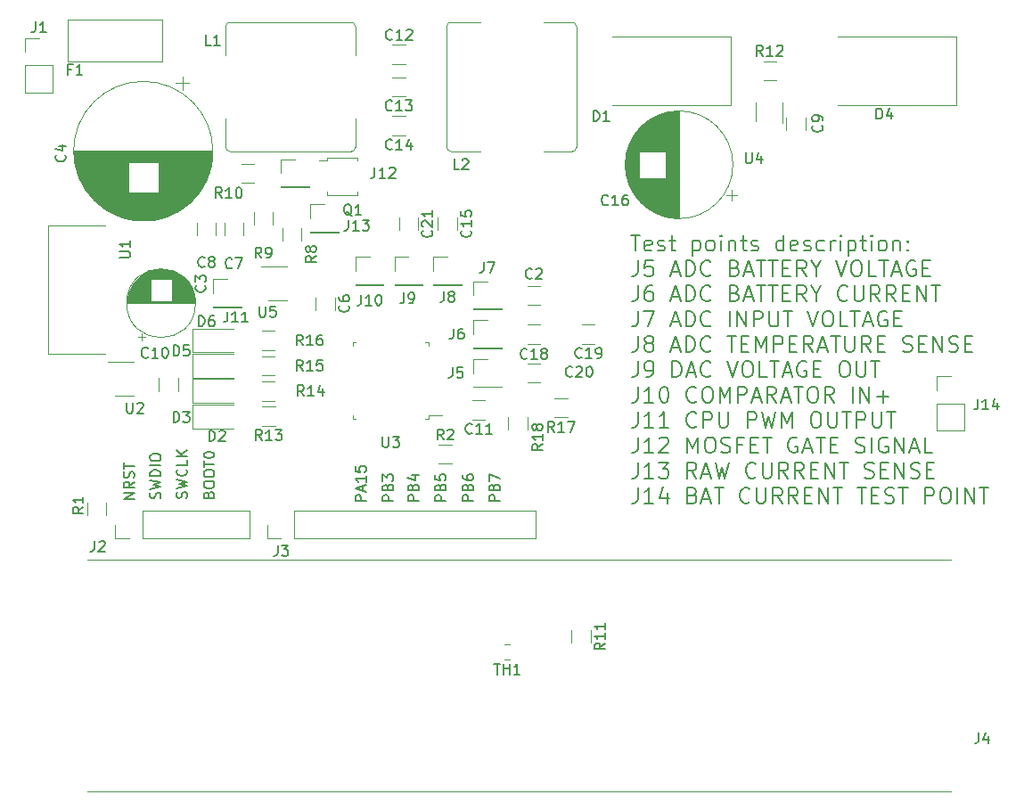
<source format=gbr>
%TF.GenerationSoftware,KiCad,Pcbnew,(5.1.6)-1*%
%TF.CreationDate,2020-05-30T13:08:14+03:00*%
%TF.ProjectId,stm32f334_1S_charger,73746d33-3266-4333-9334-5f31535f6368,rev?*%
%TF.SameCoordinates,Original*%
%TF.FileFunction,Legend,Top*%
%TF.FilePolarity,Positive*%
%FSLAX46Y46*%
G04 Gerber Fmt 4.6, Leading zero omitted, Abs format (unit mm)*
G04 Created by KiCad (PCBNEW (5.1.6)-1) date 2020-05-30 13:08:14*
%MOMM*%
%LPD*%
G01*
G04 APERTURE LIST*
%ADD10C,0.150000*%
%ADD11C,0.120000*%
G04 APERTURE END LIST*
D10*
X58352380Y-59138095D02*
X57352380Y-59138095D01*
X57352380Y-58757142D01*
X57400000Y-58661904D01*
X57447619Y-58614285D01*
X57542857Y-58566666D01*
X57685714Y-58566666D01*
X57780952Y-58614285D01*
X57828571Y-58661904D01*
X57876190Y-58757142D01*
X57876190Y-59138095D01*
X57828571Y-57804761D02*
X57876190Y-57661904D01*
X57923809Y-57614285D01*
X58019047Y-57566666D01*
X58161904Y-57566666D01*
X58257142Y-57614285D01*
X58304761Y-57661904D01*
X58352380Y-57757142D01*
X58352380Y-58138095D01*
X57352380Y-58138095D01*
X57352380Y-57804761D01*
X57400000Y-57709523D01*
X57447619Y-57661904D01*
X57542857Y-57614285D01*
X57638095Y-57614285D01*
X57733333Y-57661904D01*
X57780952Y-57709523D01*
X57828571Y-57804761D01*
X57828571Y-58138095D01*
X57352380Y-57233333D02*
X57352380Y-56566666D01*
X58352380Y-56995238D01*
X55852380Y-59138095D02*
X54852380Y-59138095D01*
X54852380Y-58757142D01*
X54900000Y-58661904D01*
X54947619Y-58614285D01*
X55042857Y-58566666D01*
X55185714Y-58566666D01*
X55280952Y-58614285D01*
X55328571Y-58661904D01*
X55376190Y-58757142D01*
X55376190Y-59138095D01*
X55328571Y-57804761D02*
X55376190Y-57661904D01*
X55423809Y-57614285D01*
X55519047Y-57566666D01*
X55661904Y-57566666D01*
X55757142Y-57614285D01*
X55804761Y-57661904D01*
X55852380Y-57757142D01*
X55852380Y-58138095D01*
X54852380Y-58138095D01*
X54852380Y-57804761D01*
X54900000Y-57709523D01*
X54947619Y-57661904D01*
X55042857Y-57614285D01*
X55138095Y-57614285D01*
X55233333Y-57661904D01*
X55280952Y-57709523D01*
X55328571Y-57804761D01*
X55328571Y-58138095D01*
X54852380Y-56709523D02*
X54852380Y-56900000D01*
X54900000Y-56995238D01*
X54947619Y-57042857D01*
X55090476Y-57138095D01*
X55280952Y-57185714D01*
X55661904Y-57185714D01*
X55757142Y-57138095D01*
X55804761Y-57090476D01*
X55852380Y-56995238D01*
X55852380Y-56804761D01*
X55804761Y-56709523D01*
X55757142Y-56661904D01*
X55661904Y-56614285D01*
X55423809Y-56614285D01*
X55328571Y-56661904D01*
X55280952Y-56709523D01*
X55233333Y-56804761D01*
X55233333Y-56995238D01*
X55280952Y-57090476D01*
X55328571Y-57138095D01*
X55423809Y-57185714D01*
X53252380Y-59138095D02*
X52252380Y-59138095D01*
X52252380Y-58757142D01*
X52300000Y-58661904D01*
X52347619Y-58614285D01*
X52442857Y-58566666D01*
X52585714Y-58566666D01*
X52680952Y-58614285D01*
X52728571Y-58661904D01*
X52776190Y-58757142D01*
X52776190Y-59138095D01*
X52728571Y-57804761D02*
X52776190Y-57661904D01*
X52823809Y-57614285D01*
X52919047Y-57566666D01*
X53061904Y-57566666D01*
X53157142Y-57614285D01*
X53204761Y-57661904D01*
X53252380Y-57757142D01*
X53252380Y-58138095D01*
X52252380Y-58138095D01*
X52252380Y-57804761D01*
X52300000Y-57709523D01*
X52347619Y-57661904D01*
X52442857Y-57614285D01*
X52538095Y-57614285D01*
X52633333Y-57661904D01*
X52680952Y-57709523D01*
X52728571Y-57804761D01*
X52728571Y-58138095D01*
X52252380Y-56661904D02*
X52252380Y-57138095D01*
X52728571Y-57185714D01*
X52680952Y-57138095D01*
X52633333Y-57042857D01*
X52633333Y-56804761D01*
X52680952Y-56709523D01*
X52728571Y-56661904D01*
X52823809Y-56614285D01*
X53061904Y-56614285D01*
X53157142Y-56661904D01*
X53204761Y-56709523D01*
X53252380Y-56804761D01*
X53252380Y-57042857D01*
X53204761Y-57138095D01*
X53157142Y-57185714D01*
X50652380Y-59138095D02*
X49652380Y-59138095D01*
X49652380Y-58757142D01*
X49700000Y-58661904D01*
X49747619Y-58614285D01*
X49842857Y-58566666D01*
X49985714Y-58566666D01*
X50080952Y-58614285D01*
X50128571Y-58661904D01*
X50176190Y-58757142D01*
X50176190Y-59138095D01*
X50128571Y-57804761D02*
X50176190Y-57661904D01*
X50223809Y-57614285D01*
X50319047Y-57566666D01*
X50461904Y-57566666D01*
X50557142Y-57614285D01*
X50604761Y-57661904D01*
X50652380Y-57757142D01*
X50652380Y-58138095D01*
X49652380Y-58138095D01*
X49652380Y-57804761D01*
X49700000Y-57709523D01*
X49747619Y-57661904D01*
X49842857Y-57614285D01*
X49938095Y-57614285D01*
X50033333Y-57661904D01*
X50080952Y-57709523D01*
X50128571Y-57804761D01*
X50128571Y-58138095D01*
X49985714Y-56709523D02*
X50652380Y-56709523D01*
X49604761Y-56947619D02*
X50319047Y-57185714D01*
X50319047Y-56566666D01*
X48252380Y-59138095D02*
X47252380Y-59138095D01*
X47252380Y-58757142D01*
X47300000Y-58661904D01*
X47347619Y-58614285D01*
X47442857Y-58566666D01*
X47585714Y-58566666D01*
X47680952Y-58614285D01*
X47728571Y-58661904D01*
X47776190Y-58757142D01*
X47776190Y-59138095D01*
X47728571Y-57804761D02*
X47776190Y-57661904D01*
X47823809Y-57614285D01*
X47919047Y-57566666D01*
X48061904Y-57566666D01*
X48157142Y-57614285D01*
X48204761Y-57661904D01*
X48252380Y-57757142D01*
X48252380Y-58138095D01*
X47252380Y-58138095D01*
X47252380Y-57804761D01*
X47300000Y-57709523D01*
X47347619Y-57661904D01*
X47442857Y-57614285D01*
X47538095Y-57614285D01*
X47633333Y-57661904D01*
X47680952Y-57709523D01*
X47728571Y-57804761D01*
X47728571Y-58138095D01*
X47252380Y-57233333D02*
X47252380Y-56614285D01*
X47633333Y-56947619D01*
X47633333Y-56804761D01*
X47680952Y-56709523D01*
X47728571Y-56661904D01*
X47823809Y-56614285D01*
X48061904Y-56614285D01*
X48157142Y-56661904D01*
X48204761Y-56709523D01*
X48252380Y-56804761D01*
X48252380Y-57090476D01*
X48204761Y-57185714D01*
X48157142Y-57233333D01*
X45652380Y-59142857D02*
X44652380Y-59142857D01*
X44652380Y-58761904D01*
X44700000Y-58666666D01*
X44747619Y-58619047D01*
X44842857Y-58571428D01*
X44985714Y-58571428D01*
X45080952Y-58619047D01*
X45128571Y-58666666D01*
X45176190Y-58761904D01*
X45176190Y-59142857D01*
X45366666Y-58190476D02*
X45366666Y-57714285D01*
X45652380Y-58285714D02*
X44652380Y-57952380D01*
X45652380Y-57619047D01*
X45652380Y-56761904D02*
X45652380Y-57333333D01*
X45652380Y-57047619D02*
X44652380Y-57047619D01*
X44795238Y-57142857D01*
X44890476Y-57238095D01*
X44938095Y-57333333D01*
X44652380Y-55857142D02*
X44652380Y-56333333D01*
X45128571Y-56380952D01*
X45080952Y-56333333D01*
X45033333Y-56238095D01*
X45033333Y-56000000D01*
X45080952Y-55904761D01*
X45128571Y-55857142D01*
X45223809Y-55809523D01*
X45461904Y-55809523D01*
X45557142Y-55857142D01*
X45604761Y-55904761D01*
X45652380Y-56000000D01*
X45652380Y-56238095D01*
X45604761Y-56333333D01*
X45557142Y-56380952D01*
X30728571Y-58533333D02*
X30776190Y-58390476D01*
X30823809Y-58342857D01*
X30919047Y-58295238D01*
X31061904Y-58295238D01*
X31157142Y-58342857D01*
X31204761Y-58390476D01*
X31252380Y-58485714D01*
X31252380Y-58866666D01*
X30252380Y-58866666D01*
X30252380Y-58533333D01*
X30300000Y-58438095D01*
X30347619Y-58390476D01*
X30442857Y-58342857D01*
X30538095Y-58342857D01*
X30633333Y-58390476D01*
X30680952Y-58438095D01*
X30728571Y-58533333D01*
X30728571Y-58866666D01*
X30252380Y-57676190D02*
X30252380Y-57485714D01*
X30300000Y-57390476D01*
X30395238Y-57295238D01*
X30585714Y-57247619D01*
X30919047Y-57247619D01*
X31109523Y-57295238D01*
X31204761Y-57390476D01*
X31252380Y-57485714D01*
X31252380Y-57676190D01*
X31204761Y-57771428D01*
X31109523Y-57866666D01*
X30919047Y-57914285D01*
X30585714Y-57914285D01*
X30395238Y-57866666D01*
X30300000Y-57771428D01*
X30252380Y-57676190D01*
X30252380Y-56628571D02*
X30252380Y-56438095D01*
X30300000Y-56342857D01*
X30395238Y-56247619D01*
X30585714Y-56200000D01*
X30919047Y-56200000D01*
X31109523Y-56247619D01*
X31204761Y-56342857D01*
X31252380Y-56438095D01*
X31252380Y-56628571D01*
X31204761Y-56723809D01*
X31109523Y-56819047D01*
X30919047Y-56866666D01*
X30585714Y-56866666D01*
X30395238Y-56819047D01*
X30300000Y-56723809D01*
X30252380Y-56628571D01*
X30252380Y-55914285D02*
X30252380Y-55342857D01*
X31252380Y-55628571D02*
X30252380Y-55628571D01*
X30252380Y-54819047D02*
X30252380Y-54723809D01*
X30300000Y-54628571D01*
X30347619Y-54580952D01*
X30442857Y-54533333D01*
X30633333Y-54485714D01*
X30871428Y-54485714D01*
X31061904Y-54533333D01*
X31157142Y-54580952D01*
X31204761Y-54628571D01*
X31252380Y-54723809D01*
X31252380Y-54819047D01*
X31204761Y-54914285D01*
X31157142Y-54961904D01*
X31061904Y-55009523D01*
X30871428Y-55057142D01*
X30633333Y-55057142D01*
X30442857Y-55009523D01*
X30347619Y-54961904D01*
X30300000Y-54914285D01*
X30252380Y-54819047D01*
X28604761Y-58861904D02*
X28652380Y-58719047D01*
X28652380Y-58480952D01*
X28604761Y-58385714D01*
X28557142Y-58338095D01*
X28461904Y-58290476D01*
X28366666Y-58290476D01*
X28271428Y-58338095D01*
X28223809Y-58385714D01*
X28176190Y-58480952D01*
X28128571Y-58671428D01*
X28080952Y-58766666D01*
X28033333Y-58814285D01*
X27938095Y-58861904D01*
X27842857Y-58861904D01*
X27747619Y-58814285D01*
X27700000Y-58766666D01*
X27652380Y-58671428D01*
X27652380Y-58433333D01*
X27700000Y-58290476D01*
X27652380Y-57957142D02*
X28652380Y-57719047D01*
X27938095Y-57528571D01*
X28652380Y-57338095D01*
X27652380Y-57100000D01*
X28557142Y-56147619D02*
X28604761Y-56195238D01*
X28652380Y-56338095D01*
X28652380Y-56433333D01*
X28604761Y-56576190D01*
X28509523Y-56671428D01*
X28414285Y-56719047D01*
X28223809Y-56766666D01*
X28080952Y-56766666D01*
X27890476Y-56719047D01*
X27795238Y-56671428D01*
X27700000Y-56576190D01*
X27652380Y-56433333D01*
X27652380Y-56338095D01*
X27700000Y-56195238D01*
X27747619Y-56147619D01*
X28652380Y-55242857D02*
X28652380Y-55719047D01*
X27652380Y-55719047D01*
X28652380Y-54909523D02*
X27652380Y-54909523D01*
X28652380Y-54338095D02*
X28080952Y-54766666D01*
X27652380Y-54338095D02*
X28223809Y-54909523D01*
X26104761Y-58919047D02*
X26152380Y-58776190D01*
X26152380Y-58538095D01*
X26104761Y-58442857D01*
X26057142Y-58395238D01*
X25961904Y-58347619D01*
X25866666Y-58347619D01*
X25771428Y-58395238D01*
X25723809Y-58442857D01*
X25676190Y-58538095D01*
X25628571Y-58728571D01*
X25580952Y-58823809D01*
X25533333Y-58871428D01*
X25438095Y-58919047D01*
X25342857Y-58919047D01*
X25247619Y-58871428D01*
X25200000Y-58823809D01*
X25152380Y-58728571D01*
X25152380Y-58490476D01*
X25200000Y-58347619D01*
X25152380Y-58014285D02*
X26152380Y-57776190D01*
X25438095Y-57585714D01*
X26152380Y-57395238D01*
X25152380Y-57157142D01*
X26152380Y-56776190D02*
X25152380Y-56776190D01*
X25152380Y-56538095D01*
X25200000Y-56395238D01*
X25295238Y-56300000D01*
X25390476Y-56252380D01*
X25580952Y-56204761D01*
X25723809Y-56204761D01*
X25914285Y-56252380D01*
X26009523Y-56300000D01*
X26104761Y-56395238D01*
X26152380Y-56538095D01*
X26152380Y-56776190D01*
X26152380Y-55776190D02*
X25152380Y-55776190D01*
X25152380Y-55109523D02*
X25152380Y-54919047D01*
X25200000Y-54823809D01*
X25295238Y-54728571D01*
X25485714Y-54680952D01*
X25819047Y-54680952D01*
X26009523Y-54728571D01*
X26104761Y-54823809D01*
X26152380Y-54919047D01*
X26152380Y-55109523D01*
X26104761Y-55204761D01*
X26009523Y-55300000D01*
X25819047Y-55347619D01*
X25485714Y-55347619D01*
X25295238Y-55300000D01*
X25200000Y-55204761D01*
X25152380Y-55109523D01*
X23652380Y-58942857D02*
X22652380Y-58942857D01*
X23652380Y-58371428D01*
X22652380Y-58371428D01*
X23652380Y-57323809D02*
X23176190Y-57657142D01*
X23652380Y-57895238D02*
X22652380Y-57895238D01*
X22652380Y-57514285D01*
X22700000Y-57419047D01*
X22747619Y-57371428D01*
X22842857Y-57323809D01*
X22985714Y-57323809D01*
X23080952Y-57371428D01*
X23128571Y-57419047D01*
X23176190Y-57514285D01*
X23176190Y-57895238D01*
X23604761Y-56942857D02*
X23652380Y-56800000D01*
X23652380Y-56561904D01*
X23604761Y-56466666D01*
X23557142Y-56419047D01*
X23461904Y-56371428D01*
X23366666Y-56371428D01*
X23271428Y-56419047D01*
X23223809Y-56466666D01*
X23176190Y-56561904D01*
X23128571Y-56752380D01*
X23080952Y-56847619D01*
X23033333Y-56895238D01*
X22938095Y-56942857D01*
X22842857Y-56942857D01*
X22747619Y-56895238D01*
X22700000Y-56847619D01*
X22652380Y-56752380D01*
X22652380Y-56514285D01*
X22700000Y-56371428D01*
X22652380Y-56085714D02*
X22652380Y-55514285D01*
X23652380Y-55800000D02*
X22652380Y-55800000D01*
X70840357Y-33878571D02*
X71697500Y-33878571D01*
X71268928Y-35378571D02*
X71268928Y-33878571D01*
X72768928Y-35307142D02*
X72626071Y-35378571D01*
X72340357Y-35378571D01*
X72197500Y-35307142D01*
X72126071Y-35164285D01*
X72126071Y-34592857D01*
X72197500Y-34450000D01*
X72340357Y-34378571D01*
X72626071Y-34378571D01*
X72768928Y-34450000D01*
X72840357Y-34592857D01*
X72840357Y-34735714D01*
X72126071Y-34878571D01*
X73411785Y-35307142D02*
X73554642Y-35378571D01*
X73840357Y-35378571D01*
X73983214Y-35307142D01*
X74054642Y-35164285D01*
X74054642Y-35092857D01*
X73983214Y-34950000D01*
X73840357Y-34878571D01*
X73626071Y-34878571D01*
X73483214Y-34807142D01*
X73411785Y-34664285D01*
X73411785Y-34592857D01*
X73483214Y-34450000D01*
X73626071Y-34378571D01*
X73840357Y-34378571D01*
X73983214Y-34450000D01*
X74483214Y-34378571D02*
X75054642Y-34378571D01*
X74697500Y-33878571D02*
X74697500Y-35164285D01*
X74768928Y-35307142D01*
X74911785Y-35378571D01*
X75054642Y-35378571D01*
X76697500Y-34378571D02*
X76697500Y-35878571D01*
X76697500Y-34450000D02*
X76840357Y-34378571D01*
X77126071Y-34378571D01*
X77268928Y-34450000D01*
X77340357Y-34521428D01*
X77411785Y-34664285D01*
X77411785Y-35092857D01*
X77340357Y-35235714D01*
X77268928Y-35307142D01*
X77126071Y-35378571D01*
X76840357Y-35378571D01*
X76697500Y-35307142D01*
X78268928Y-35378571D02*
X78126071Y-35307142D01*
X78054642Y-35235714D01*
X77983214Y-35092857D01*
X77983214Y-34664285D01*
X78054642Y-34521428D01*
X78126071Y-34450000D01*
X78268928Y-34378571D01*
X78483214Y-34378571D01*
X78626071Y-34450000D01*
X78697500Y-34521428D01*
X78768928Y-34664285D01*
X78768928Y-35092857D01*
X78697500Y-35235714D01*
X78626071Y-35307142D01*
X78483214Y-35378571D01*
X78268928Y-35378571D01*
X79411785Y-35378571D02*
X79411785Y-34378571D01*
X79411785Y-33878571D02*
X79340357Y-33950000D01*
X79411785Y-34021428D01*
X79483214Y-33950000D01*
X79411785Y-33878571D01*
X79411785Y-34021428D01*
X80126071Y-34378571D02*
X80126071Y-35378571D01*
X80126071Y-34521428D02*
X80197500Y-34450000D01*
X80340357Y-34378571D01*
X80554642Y-34378571D01*
X80697500Y-34450000D01*
X80768928Y-34592857D01*
X80768928Y-35378571D01*
X81268928Y-34378571D02*
X81840357Y-34378571D01*
X81483214Y-33878571D02*
X81483214Y-35164285D01*
X81554642Y-35307142D01*
X81697500Y-35378571D01*
X81840357Y-35378571D01*
X82268928Y-35307142D02*
X82411785Y-35378571D01*
X82697500Y-35378571D01*
X82840357Y-35307142D01*
X82911785Y-35164285D01*
X82911785Y-35092857D01*
X82840357Y-34950000D01*
X82697500Y-34878571D01*
X82483214Y-34878571D01*
X82340357Y-34807142D01*
X82268928Y-34664285D01*
X82268928Y-34592857D01*
X82340357Y-34450000D01*
X82483214Y-34378571D01*
X82697500Y-34378571D01*
X82840357Y-34450000D01*
X85340357Y-35378571D02*
X85340357Y-33878571D01*
X85340357Y-35307142D02*
X85197500Y-35378571D01*
X84911785Y-35378571D01*
X84768928Y-35307142D01*
X84697500Y-35235714D01*
X84626071Y-35092857D01*
X84626071Y-34664285D01*
X84697500Y-34521428D01*
X84768928Y-34450000D01*
X84911785Y-34378571D01*
X85197500Y-34378571D01*
X85340357Y-34450000D01*
X86626071Y-35307142D02*
X86483214Y-35378571D01*
X86197500Y-35378571D01*
X86054642Y-35307142D01*
X85983214Y-35164285D01*
X85983214Y-34592857D01*
X86054642Y-34450000D01*
X86197500Y-34378571D01*
X86483214Y-34378571D01*
X86626071Y-34450000D01*
X86697500Y-34592857D01*
X86697500Y-34735714D01*
X85983214Y-34878571D01*
X87268928Y-35307142D02*
X87411785Y-35378571D01*
X87697500Y-35378571D01*
X87840357Y-35307142D01*
X87911785Y-35164285D01*
X87911785Y-35092857D01*
X87840357Y-34950000D01*
X87697500Y-34878571D01*
X87483214Y-34878571D01*
X87340357Y-34807142D01*
X87268928Y-34664285D01*
X87268928Y-34592857D01*
X87340357Y-34450000D01*
X87483214Y-34378571D01*
X87697500Y-34378571D01*
X87840357Y-34450000D01*
X89197500Y-35307142D02*
X89054642Y-35378571D01*
X88768928Y-35378571D01*
X88626071Y-35307142D01*
X88554642Y-35235714D01*
X88483214Y-35092857D01*
X88483214Y-34664285D01*
X88554642Y-34521428D01*
X88626071Y-34450000D01*
X88768928Y-34378571D01*
X89054642Y-34378571D01*
X89197500Y-34450000D01*
X89840357Y-35378571D02*
X89840357Y-34378571D01*
X89840357Y-34664285D02*
X89911785Y-34521428D01*
X89983214Y-34450000D01*
X90126071Y-34378571D01*
X90268928Y-34378571D01*
X90768928Y-35378571D02*
X90768928Y-34378571D01*
X90768928Y-33878571D02*
X90697500Y-33950000D01*
X90768928Y-34021428D01*
X90840357Y-33950000D01*
X90768928Y-33878571D01*
X90768928Y-34021428D01*
X91483214Y-34378571D02*
X91483214Y-35878571D01*
X91483214Y-34450000D02*
X91626071Y-34378571D01*
X91911785Y-34378571D01*
X92054642Y-34450000D01*
X92126071Y-34521428D01*
X92197500Y-34664285D01*
X92197500Y-35092857D01*
X92126071Y-35235714D01*
X92054642Y-35307142D01*
X91911785Y-35378571D01*
X91626071Y-35378571D01*
X91483214Y-35307142D01*
X92626071Y-34378571D02*
X93197500Y-34378571D01*
X92840357Y-33878571D02*
X92840357Y-35164285D01*
X92911785Y-35307142D01*
X93054642Y-35378571D01*
X93197500Y-35378571D01*
X93697500Y-35378571D02*
X93697500Y-34378571D01*
X93697500Y-33878571D02*
X93626071Y-33950000D01*
X93697500Y-34021428D01*
X93768928Y-33950000D01*
X93697500Y-33878571D01*
X93697500Y-34021428D01*
X94626071Y-35378571D02*
X94483214Y-35307142D01*
X94411785Y-35235714D01*
X94340357Y-35092857D01*
X94340357Y-34664285D01*
X94411785Y-34521428D01*
X94483214Y-34450000D01*
X94626071Y-34378571D01*
X94840357Y-34378571D01*
X94983214Y-34450000D01*
X95054642Y-34521428D01*
X95126071Y-34664285D01*
X95126071Y-35092857D01*
X95054642Y-35235714D01*
X94983214Y-35307142D01*
X94840357Y-35378571D01*
X94626071Y-35378571D01*
X95768928Y-34378571D02*
X95768928Y-35378571D01*
X95768928Y-34521428D02*
X95840357Y-34450000D01*
X95983214Y-34378571D01*
X96197500Y-34378571D01*
X96340357Y-34450000D01*
X96411785Y-34592857D01*
X96411785Y-35378571D01*
X97126071Y-35235714D02*
X97197500Y-35307142D01*
X97126071Y-35378571D01*
X97054642Y-35307142D01*
X97126071Y-35235714D01*
X97126071Y-35378571D01*
X97126071Y-34450000D02*
X97197500Y-34521428D01*
X97126071Y-34592857D01*
X97054642Y-34521428D01*
X97126071Y-34450000D01*
X97126071Y-34592857D01*
X71483214Y-36278571D02*
X71483214Y-37350000D01*
X71411785Y-37564285D01*
X71268928Y-37707142D01*
X71054642Y-37778571D01*
X70911785Y-37778571D01*
X72911785Y-36278571D02*
X72197500Y-36278571D01*
X72126071Y-36992857D01*
X72197500Y-36921428D01*
X72340357Y-36850000D01*
X72697500Y-36850000D01*
X72840357Y-36921428D01*
X72911785Y-36992857D01*
X72983214Y-37135714D01*
X72983214Y-37492857D01*
X72911785Y-37635714D01*
X72840357Y-37707142D01*
X72697500Y-37778571D01*
X72340357Y-37778571D01*
X72197500Y-37707142D01*
X72126071Y-37635714D01*
X74697500Y-37350000D02*
X75411785Y-37350000D01*
X74554642Y-37778571D02*
X75054642Y-36278571D01*
X75554642Y-37778571D01*
X76054642Y-37778571D02*
X76054642Y-36278571D01*
X76411785Y-36278571D01*
X76626071Y-36350000D01*
X76768928Y-36492857D01*
X76840357Y-36635714D01*
X76911785Y-36921428D01*
X76911785Y-37135714D01*
X76840357Y-37421428D01*
X76768928Y-37564285D01*
X76626071Y-37707142D01*
X76411785Y-37778571D01*
X76054642Y-37778571D01*
X78411785Y-37635714D02*
X78340357Y-37707142D01*
X78126071Y-37778571D01*
X77983214Y-37778571D01*
X77768928Y-37707142D01*
X77626071Y-37564285D01*
X77554642Y-37421428D01*
X77483214Y-37135714D01*
X77483214Y-36921428D01*
X77554642Y-36635714D01*
X77626071Y-36492857D01*
X77768928Y-36350000D01*
X77983214Y-36278571D01*
X78126071Y-36278571D01*
X78340357Y-36350000D01*
X78411785Y-36421428D01*
X80697500Y-36992857D02*
X80911785Y-37064285D01*
X80983214Y-37135714D01*
X81054642Y-37278571D01*
X81054642Y-37492857D01*
X80983214Y-37635714D01*
X80911785Y-37707142D01*
X80768928Y-37778571D01*
X80197500Y-37778571D01*
X80197500Y-36278571D01*
X80697500Y-36278571D01*
X80840357Y-36350000D01*
X80911785Y-36421428D01*
X80983214Y-36564285D01*
X80983214Y-36707142D01*
X80911785Y-36850000D01*
X80840357Y-36921428D01*
X80697500Y-36992857D01*
X80197500Y-36992857D01*
X81626071Y-37350000D02*
X82340357Y-37350000D01*
X81483214Y-37778571D02*
X81983214Y-36278571D01*
X82483214Y-37778571D01*
X82768928Y-36278571D02*
X83626071Y-36278571D01*
X83197500Y-37778571D02*
X83197500Y-36278571D01*
X83911785Y-36278571D02*
X84768928Y-36278571D01*
X84340357Y-37778571D02*
X84340357Y-36278571D01*
X85268928Y-36992857D02*
X85768928Y-36992857D01*
X85983214Y-37778571D02*
X85268928Y-37778571D01*
X85268928Y-36278571D01*
X85983214Y-36278571D01*
X87483214Y-37778571D02*
X86983214Y-37064285D01*
X86626071Y-37778571D02*
X86626071Y-36278571D01*
X87197500Y-36278571D01*
X87340357Y-36350000D01*
X87411785Y-36421428D01*
X87483214Y-36564285D01*
X87483214Y-36778571D01*
X87411785Y-36921428D01*
X87340357Y-36992857D01*
X87197500Y-37064285D01*
X86626071Y-37064285D01*
X88411785Y-37064285D02*
X88411785Y-37778571D01*
X87911785Y-36278571D02*
X88411785Y-37064285D01*
X88911785Y-36278571D01*
X90340357Y-36278571D02*
X90840357Y-37778571D01*
X91340357Y-36278571D01*
X92126071Y-36278571D02*
X92411785Y-36278571D01*
X92554642Y-36350000D01*
X92697500Y-36492857D01*
X92768928Y-36778571D01*
X92768928Y-37278571D01*
X92697500Y-37564285D01*
X92554642Y-37707142D01*
X92411785Y-37778571D01*
X92126071Y-37778571D01*
X91983214Y-37707142D01*
X91840357Y-37564285D01*
X91768928Y-37278571D01*
X91768928Y-36778571D01*
X91840357Y-36492857D01*
X91983214Y-36350000D01*
X92126071Y-36278571D01*
X94126071Y-37778571D02*
X93411785Y-37778571D01*
X93411785Y-36278571D01*
X94411785Y-36278571D02*
X95268928Y-36278571D01*
X94840357Y-37778571D02*
X94840357Y-36278571D01*
X95697500Y-37350000D02*
X96411785Y-37350000D01*
X95554642Y-37778571D02*
X96054642Y-36278571D01*
X96554642Y-37778571D01*
X97840357Y-36350000D02*
X97697500Y-36278571D01*
X97483214Y-36278571D01*
X97268928Y-36350000D01*
X97126071Y-36492857D01*
X97054642Y-36635714D01*
X96983214Y-36921428D01*
X96983214Y-37135714D01*
X97054642Y-37421428D01*
X97126071Y-37564285D01*
X97268928Y-37707142D01*
X97483214Y-37778571D01*
X97626071Y-37778571D01*
X97840357Y-37707142D01*
X97911785Y-37635714D01*
X97911785Y-37135714D01*
X97626071Y-37135714D01*
X98554642Y-36992857D02*
X99054642Y-36992857D01*
X99268928Y-37778571D02*
X98554642Y-37778571D01*
X98554642Y-36278571D01*
X99268928Y-36278571D01*
X71483214Y-38678571D02*
X71483214Y-39750000D01*
X71411785Y-39964285D01*
X71268928Y-40107142D01*
X71054642Y-40178571D01*
X70911785Y-40178571D01*
X72840357Y-38678571D02*
X72554642Y-38678571D01*
X72411785Y-38750000D01*
X72340357Y-38821428D01*
X72197500Y-39035714D01*
X72126071Y-39321428D01*
X72126071Y-39892857D01*
X72197500Y-40035714D01*
X72268928Y-40107142D01*
X72411785Y-40178571D01*
X72697500Y-40178571D01*
X72840357Y-40107142D01*
X72911785Y-40035714D01*
X72983214Y-39892857D01*
X72983214Y-39535714D01*
X72911785Y-39392857D01*
X72840357Y-39321428D01*
X72697500Y-39250000D01*
X72411785Y-39250000D01*
X72268928Y-39321428D01*
X72197500Y-39392857D01*
X72126071Y-39535714D01*
X74697500Y-39750000D02*
X75411785Y-39750000D01*
X74554642Y-40178571D02*
X75054642Y-38678571D01*
X75554642Y-40178571D01*
X76054642Y-40178571D02*
X76054642Y-38678571D01*
X76411785Y-38678571D01*
X76626071Y-38750000D01*
X76768928Y-38892857D01*
X76840357Y-39035714D01*
X76911785Y-39321428D01*
X76911785Y-39535714D01*
X76840357Y-39821428D01*
X76768928Y-39964285D01*
X76626071Y-40107142D01*
X76411785Y-40178571D01*
X76054642Y-40178571D01*
X78411785Y-40035714D02*
X78340357Y-40107142D01*
X78126071Y-40178571D01*
X77983214Y-40178571D01*
X77768928Y-40107142D01*
X77626071Y-39964285D01*
X77554642Y-39821428D01*
X77483214Y-39535714D01*
X77483214Y-39321428D01*
X77554642Y-39035714D01*
X77626071Y-38892857D01*
X77768928Y-38750000D01*
X77983214Y-38678571D01*
X78126071Y-38678571D01*
X78340357Y-38750000D01*
X78411785Y-38821428D01*
X80697500Y-39392857D02*
X80911785Y-39464285D01*
X80983214Y-39535714D01*
X81054642Y-39678571D01*
X81054642Y-39892857D01*
X80983214Y-40035714D01*
X80911785Y-40107142D01*
X80768928Y-40178571D01*
X80197500Y-40178571D01*
X80197500Y-38678571D01*
X80697500Y-38678571D01*
X80840357Y-38750000D01*
X80911785Y-38821428D01*
X80983214Y-38964285D01*
X80983214Y-39107142D01*
X80911785Y-39250000D01*
X80840357Y-39321428D01*
X80697500Y-39392857D01*
X80197500Y-39392857D01*
X81626071Y-39750000D02*
X82340357Y-39750000D01*
X81483214Y-40178571D02*
X81983214Y-38678571D01*
X82483214Y-40178571D01*
X82768928Y-38678571D02*
X83626071Y-38678571D01*
X83197500Y-40178571D02*
X83197500Y-38678571D01*
X83911785Y-38678571D02*
X84768928Y-38678571D01*
X84340357Y-40178571D02*
X84340357Y-38678571D01*
X85268928Y-39392857D02*
X85768928Y-39392857D01*
X85983214Y-40178571D02*
X85268928Y-40178571D01*
X85268928Y-38678571D01*
X85983214Y-38678571D01*
X87483214Y-40178571D02*
X86983214Y-39464285D01*
X86626071Y-40178571D02*
X86626071Y-38678571D01*
X87197500Y-38678571D01*
X87340357Y-38750000D01*
X87411785Y-38821428D01*
X87483214Y-38964285D01*
X87483214Y-39178571D01*
X87411785Y-39321428D01*
X87340357Y-39392857D01*
X87197500Y-39464285D01*
X86626071Y-39464285D01*
X88411785Y-39464285D02*
X88411785Y-40178571D01*
X87911785Y-38678571D02*
X88411785Y-39464285D01*
X88911785Y-38678571D01*
X91411785Y-40035714D02*
X91340357Y-40107142D01*
X91126071Y-40178571D01*
X90983214Y-40178571D01*
X90768928Y-40107142D01*
X90626071Y-39964285D01*
X90554642Y-39821428D01*
X90483214Y-39535714D01*
X90483214Y-39321428D01*
X90554642Y-39035714D01*
X90626071Y-38892857D01*
X90768928Y-38750000D01*
X90983214Y-38678571D01*
X91126071Y-38678571D01*
X91340357Y-38750000D01*
X91411785Y-38821428D01*
X92054642Y-38678571D02*
X92054642Y-39892857D01*
X92126071Y-40035714D01*
X92197500Y-40107142D01*
X92340357Y-40178571D01*
X92626071Y-40178571D01*
X92768928Y-40107142D01*
X92840357Y-40035714D01*
X92911785Y-39892857D01*
X92911785Y-38678571D01*
X94483214Y-40178571D02*
X93983214Y-39464285D01*
X93626071Y-40178571D02*
X93626071Y-38678571D01*
X94197500Y-38678571D01*
X94340357Y-38750000D01*
X94411785Y-38821428D01*
X94483214Y-38964285D01*
X94483214Y-39178571D01*
X94411785Y-39321428D01*
X94340357Y-39392857D01*
X94197500Y-39464285D01*
X93626071Y-39464285D01*
X95983214Y-40178571D02*
X95483214Y-39464285D01*
X95126071Y-40178571D02*
X95126071Y-38678571D01*
X95697500Y-38678571D01*
X95840357Y-38750000D01*
X95911785Y-38821428D01*
X95983214Y-38964285D01*
X95983214Y-39178571D01*
X95911785Y-39321428D01*
X95840357Y-39392857D01*
X95697500Y-39464285D01*
X95126071Y-39464285D01*
X96626071Y-39392857D02*
X97126071Y-39392857D01*
X97340357Y-40178571D02*
X96626071Y-40178571D01*
X96626071Y-38678571D01*
X97340357Y-38678571D01*
X97983214Y-40178571D02*
X97983214Y-38678571D01*
X98840357Y-40178571D01*
X98840357Y-38678571D01*
X99340357Y-38678571D02*
X100197500Y-38678571D01*
X99768928Y-40178571D02*
X99768928Y-38678571D01*
X71483214Y-41078571D02*
X71483214Y-42150000D01*
X71411785Y-42364285D01*
X71268928Y-42507142D01*
X71054642Y-42578571D01*
X70911785Y-42578571D01*
X72054642Y-41078571D02*
X73054642Y-41078571D01*
X72411785Y-42578571D01*
X74697500Y-42150000D02*
X75411785Y-42150000D01*
X74554642Y-42578571D02*
X75054642Y-41078571D01*
X75554642Y-42578571D01*
X76054642Y-42578571D02*
X76054642Y-41078571D01*
X76411785Y-41078571D01*
X76626071Y-41150000D01*
X76768928Y-41292857D01*
X76840357Y-41435714D01*
X76911785Y-41721428D01*
X76911785Y-41935714D01*
X76840357Y-42221428D01*
X76768928Y-42364285D01*
X76626071Y-42507142D01*
X76411785Y-42578571D01*
X76054642Y-42578571D01*
X78411785Y-42435714D02*
X78340357Y-42507142D01*
X78126071Y-42578571D01*
X77983214Y-42578571D01*
X77768928Y-42507142D01*
X77626071Y-42364285D01*
X77554642Y-42221428D01*
X77483214Y-41935714D01*
X77483214Y-41721428D01*
X77554642Y-41435714D01*
X77626071Y-41292857D01*
X77768928Y-41150000D01*
X77983214Y-41078571D01*
X78126071Y-41078571D01*
X78340357Y-41150000D01*
X78411785Y-41221428D01*
X80197500Y-42578571D02*
X80197500Y-41078571D01*
X80911785Y-42578571D02*
X80911785Y-41078571D01*
X81768928Y-42578571D01*
X81768928Y-41078571D01*
X82483214Y-42578571D02*
X82483214Y-41078571D01*
X83054642Y-41078571D01*
X83197500Y-41150000D01*
X83268928Y-41221428D01*
X83340357Y-41364285D01*
X83340357Y-41578571D01*
X83268928Y-41721428D01*
X83197500Y-41792857D01*
X83054642Y-41864285D01*
X82483214Y-41864285D01*
X83983214Y-41078571D02*
X83983214Y-42292857D01*
X84054642Y-42435714D01*
X84126071Y-42507142D01*
X84268928Y-42578571D01*
X84554642Y-42578571D01*
X84697500Y-42507142D01*
X84768928Y-42435714D01*
X84840357Y-42292857D01*
X84840357Y-41078571D01*
X85340357Y-41078571D02*
X86197500Y-41078571D01*
X85768928Y-42578571D02*
X85768928Y-41078571D01*
X87626071Y-41078571D02*
X88126071Y-42578571D01*
X88626071Y-41078571D01*
X89411785Y-41078571D02*
X89697500Y-41078571D01*
X89840357Y-41150000D01*
X89983214Y-41292857D01*
X90054642Y-41578571D01*
X90054642Y-42078571D01*
X89983214Y-42364285D01*
X89840357Y-42507142D01*
X89697500Y-42578571D01*
X89411785Y-42578571D01*
X89268928Y-42507142D01*
X89126071Y-42364285D01*
X89054642Y-42078571D01*
X89054642Y-41578571D01*
X89126071Y-41292857D01*
X89268928Y-41150000D01*
X89411785Y-41078571D01*
X91411785Y-42578571D02*
X90697500Y-42578571D01*
X90697500Y-41078571D01*
X91697500Y-41078571D02*
X92554642Y-41078571D01*
X92126071Y-42578571D02*
X92126071Y-41078571D01*
X92983214Y-42150000D02*
X93697500Y-42150000D01*
X92840357Y-42578571D02*
X93340357Y-41078571D01*
X93840357Y-42578571D01*
X95126071Y-41150000D02*
X94983214Y-41078571D01*
X94768928Y-41078571D01*
X94554642Y-41150000D01*
X94411785Y-41292857D01*
X94340357Y-41435714D01*
X94268928Y-41721428D01*
X94268928Y-41935714D01*
X94340357Y-42221428D01*
X94411785Y-42364285D01*
X94554642Y-42507142D01*
X94768928Y-42578571D01*
X94911785Y-42578571D01*
X95126071Y-42507142D01*
X95197500Y-42435714D01*
X95197500Y-41935714D01*
X94911785Y-41935714D01*
X95840357Y-41792857D02*
X96340357Y-41792857D01*
X96554642Y-42578571D02*
X95840357Y-42578571D01*
X95840357Y-41078571D01*
X96554642Y-41078571D01*
X71483214Y-43478571D02*
X71483214Y-44550000D01*
X71411785Y-44764285D01*
X71268928Y-44907142D01*
X71054642Y-44978571D01*
X70911785Y-44978571D01*
X72411785Y-44121428D02*
X72268928Y-44050000D01*
X72197500Y-43978571D01*
X72126071Y-43835714D01*
X72126071Y-43764285D01*
X72197500Y-43621428D01*
X72268928Y-43550000D01*
X72411785Y-43478571D01*
X72697500Y-43478571D01*
X72840357Y-43550000D01*
X72911785Y-43621428D01*
X72983214Y-43764285D01*
X72983214Y-43835714D01*
X72911785Y-43978571D01*
X72840357Y-44050000D01*
X72697500Y-44121428D01*
X72411785Y-44121428D01*
X72268928Y-44192857D01*
X72197500Y-44264285D01*
X72126071Y-44407142D01*
X72126071Y-44692857D01*
X72197500Y-44835714D01*
X72268928Y-44907142D01*
X72411785Y-44978571D01*
X72697500Y-44978571D01*
X72840357Y-44907142D01*
X72911785Y-44835714D01*
X72983214Y-44692857D01*
X72983214Y-44407142D01*
X72911785Y-44264285D01*
X72840357Y-44192857D01*
X72697500Y-44121428D01*
X74697500Y-44550000D02*
X75411785Y-44550000D01*
X74554642Y-44978571D02*
X75054642Y-43478571D01*
X75554642Y-44978571D01*
X76054642Y-44978571D02*
X76054642Y-43478571D01*
X76411785Y-43478571D01*
X76626071Y-43550000D01*
X76768928Y-43692857D01*
X76840357Y-43835714D01*
X76911785Y-44121428D01*
X76911785Y-44335714D01*
X76840357Y-44621428D01*
X76768928Y-44764285D01*
X76626071Y-44907142D01*
X76411785Y-44978571D01*
X76054642Y-44978571D01*
X78411785Y-44835714D02*
X78340357Y-44907142D01*
X78126071Y-44978571D01*
X77983214Y-44978571D01*
X77768928Y-44907142D01*
X77626071Y-44764285D01*
X77554642Y-44621428D01*
X77483214Y-44335714D01*
X77483214Y-44121428D01*
X77554642Y-43835714D01*
X77626071Y-43692857D01*
X77768928Y-43550000D01*
X77983214Y-43478571D01*
X78126071Y-43478571D01*
X78340357Y-43550000D01*
X78411785Y-43621428D01*
X79983214Y-43478571D02*
X80840357Y-43478571D01*
X80411785Y-44978571D02*
X80411785Y-43478571D01*
X81340357Y-44192857D02*
X81840357Y-44192857D01*
X82054642Y-44978571D02*
X81340357Y-44978571D01*
X81340357Y-43478571D01*
X82054642Y-43478571D01*
X82697500Y-44978571D02*
X82697500Y-43478571D01*
X83197500Y-44550000D01*
X83697500Y-43478571D01*
X83697500Y-44978571D01*
X84411785Y-44978571D02*
X84411785Y-43478571D01*
X84983214Y-43478571D01*
X85126071Y-43550000D01*
X85197500Y-43621428D01*
X85268928Y-43764285D01*
X85268928Y-43978571D01*
X85197500Y-44121428D01*
X85126071Y-44192857D01*
X84983214Y-44264285D01*
X84411785Y-44264285D01*
X85911785Y-44192857D02*
X86411785Y-44192857D01*
X86626071Y-44978571D02*
X85911785Y-44978571D01*
X85911785Y-43478571D01*
X86626071Y-43478571D01*
X88126071Y-44978571D02*
X87626071Y-44264285D01*
X87268928Y-44978571D02*
X87268928Y-43478571D01*
X87840357Y-43478571D01*
X87983214Y-43550000D01*
X88054642Y-43621428D01*
X88126071Y-43764285D01*
X88126071Y-43978571D01*
X88054642Y-44121428D01*
X87983214Y-44192857D01*
X87840357Y-44264285D01*
X87268928Y-44264285D01*
X88697500Y-44550000D02*
X89411785Y-44550000D01*
X88554642Y-44978571D02*
X89054642Y-43478571D01*
X89554642Y-44978571D01*
X89840357Y-43478571D02*
X90697500Y-43478571D01*
X90268928Y-44978571D02*
X90268928Y-43478571D01*
X91197500Y-43478571D02*
X91197500Y-44692857D01*
X91268928Y-44835714D01*
X91340357Y-44907142D01*
X91483214Y-44978571D01*
X91768928Y-44978571D01*
X91911785Y-44907142D01*
X91983214Y-44835714D01*
X92054642Y-44692857D01*
X92054642Y-43478571D01*
X93626071Y-44978571D02*
X93126071Y-44264285D01*
X92768928Y-44978571D02*
X92768928Y-43478571D01*
X93340357Y-43478571D01*
X93483214Y-43550000D01*
X93554642Y-43621428D01*
X93626071Y-43764285D01*
X93626071Y-43978571D01*
X93554642Y-44121428D01*
X93483214Y-44192857D01*
X93340357Y-44264285D01*
X92768928Y-44264285D01*
X94268928Y-44192857D02*
X94768928Y-44192857D01*
X94983214Y-44978571D02*
X94268928Y-44978571D01*
X94268928Y-43478571D01*
X94983214Y-43478571D01*
X96697500Y-44907142D02*
X96911785Y-44978571D01*
X97268928Y-44978571D01*
X97411785Y-44907142D01*
X97483214Y-44835714D01*
X97554642Y-44692857D01*
X97554642Y-44550000D01*
X97483214Y-44407142D01*
X97411785Y-44335714D01*
X97268928Y-44264285D01*
X96983214Y-44192857D01*
X96840357Y-44121428D01*
X96768928Y-44050000D01*
X96697500Y-43907142D01*
X96697500Y-43764285D01*
X96768928Y-43621428D01*
X96840357Y-43550000D01*
X96983214Y-43478571D01*
X97340357Y-43478571D01*
X97554642Y-43550000D01*
X98197500Y-44192857D02*
X98697500Y-44192857D01*
X98911785Y-44978571D02*
X98197500Y-44978571D01*
X98197500Y-43478571D01*
X98911785Y-43478571D01*
X99554642Y-44978571D02*
X99554642Y-43478571D01*
X100411785Y-44978571D01*
X100411785Y-43478571D01*
X101054642Y-44907142D02*
X101268928Y-44978571D01*
X101626071Y-44978571D01*
X101768928Y-44907142D01*
X101840357Y-44835714D01*
X101911785Y-44692857D01*
X101911785Y-44550000D01*
X101840357Y-44407142D01*
X101768928Y-44335714D01*
X101626071Y-44264285D01*
X101340357Y-44192857D01*
X101197500Y-44121428D01*
X101126071Y-44050000D01*
X101054642Y-43907142D01*
X101054642Y-43764285D01*
X101126071Y-43621428D01*
X101197500Y-43550000D01*
X101340357Y-43478571D01*
X101697500Y-43478571D01*
X101911785Y-43550000D01*
X102554642Y-44192857D02*
X103054642Y-44192857D01*
X103268928Y-44978571D02*
X102554642Y-44978571D01*
X102554642Y-43478571D01*
X103268928Y-43478571D01*
X71483214Y-45878571D02*
X71483214Y-46950000D01*
X71411785Y-47164285D01*
X71268928Y-47307142D01*
X71054642Y-47378571D01*
X70911785Y-47378571D01*
X72268928Y-47378571D02*
X72554642Y-47378571D01*
X72697500Y-47307142D01*
X72768928Y-47235714D01*
X72911785Y-47021428D01*
X72983214Y-46735714D01*
X72983214Y-46164285D01*
X72911785Y-46021428D01*
X72840357Y-45950000D01*
X72697500Y-45878571D01*
X72411785Y-45878571D01*
X72268928Y-45950000D01*
X72197500Y-46021428D01*
X72126071Y-46164285D01*
X72126071Y-46521428D01*
X72197500Y-46664285D01*
X72268928Y-46735714D01*
X72411785Y-46807142D01*
X72697500Y-46807142D01*
X72840357Y-46735714D01*
X72911785Y-46664285D01*
X72983214Y-46521428D01*
X74768928Y-47378571D02*
X74768928Y-45878571D01*
X75126071Y-45878571D01*
X75340357Y-45950000D01*
X75483214Y-46092857D01*
X75554642Y-46235714D01*
X75626071Y-46521428D01*
X75626071Y-46735714D01*
X75554642Y-47021428D01*
X75483214Y-47164285D01*
X75340357Y-47307142D01*
X75126071Y-47378571D01*
X74768928Y-47378571D01*
X76197500Y-46950000D02*
X76911785Y-46950000D01*
X76054642Y-47378571D02*
X76554642Y-45878571D01*
X77054642Y-47378571D01*
X78411785Y-47235714D02*
X78340357Y-47307142D01*
X78126071Y-47378571D01*
X77983214Y-47378571D01*
X77768928Y-47307142D01*
X77626071Y-47164285D01*
X77554642Y-47021428D01*
X77483214Y-46735714D01*
X77483214Y-46521428D01*
X77554642Y-46235714D01*
X77626071Y-46092857D01*
X77768928Y-45950000D01*
X77983214Y-45878571D01*
X78126071Y-45878571D01*
X78340357Y-45950000D01*
X78411785Y-46021428D01*
X79983214Y-45878571D02*
X80483214Y-47378571D01*
X80983214Y-45878571D01*
X81768928Y-45878571D02*
X82054642Y-45878571D01*
X82197500Y-45950000D01*
X82340357Y-46092857D01*
X82411785Y-46378571D01*
X82411785Y-46878571D01*
X82340357Y-47164285D01*
X82197500Y-47307142D01*
X82054642Y-47378571D01*
X81768928Y-47378571D01*
X81626071Y-47307142D01*
X81483214Y-47164285D01*
X81411785Y-46878571D01*
X81411785Y-46378571D01*
X81483214Y-46092857D01*
X81626071Y-45950000D01*
X81768928Y-45878571D01*
X83768928Y-47378571D02*
X83054642Y-47378571D01*
X83054642Y-45878571D01*
X84054642Y-45878571D02*
X84911785Y-45878571D01*
X84483214Y-47378571D02*
X84483214Y-45878571D01*
X85340357Y-46950000D02*
X86054642Y-46950000D01*
X85197500Y-47378571D02*
X85697500Y-45878571D01*
X86197500Y-47378571D01*
X87483214Y-45950000D02*
X87340357Y-45878571D01*
X87126071Y-45878571D01*
X86911785Y-45950000D01*
X86768928Y-46092857D01*
X86697500Y-46235714D01*
X86626071Y-46521428D01*
X86626071Y-46735714D01*
X86697500Y-47021428D01*
X86768928Y-47164285D01*
X86911785Y-47307142D01*
X87126071Y-47378571D01*
X87268928Y-47378571D01*
X87483214Y-47307142D01*
X87554642Y-47235714D01*
X87554642Y-46735714D01*
X87268928Y-46735714D01*
X88197500Y-46592857D02*
X88697500Y-46592857D01*
X88911785Y-47378571D02*
X88197500Y-47378571D01*
X88197500Y-45878571D01*
X88911785Y-45878571D01*
X90983214Y-45878571D02*
X91268928Y-45878571D01*
X91411785Y-45950000D01*
X91554642Y-46092857D01*
X91626071Y-46378571D01*
X91626071Y-46878571D01*
X91554642Y-47164285D01*
X91411785Y-47307142D01*
X91268928Y-47378571D01*
X90983214Y-47378571D01*
X90840357Y-47307142D01*
X90697500Y-47164285D01*
X90626071Y-46878571D01*
X90626071Y-46378571D01*
X90697500Y-46092857D01*
X90840357Y-45950000D01*
X90983214Y-45878571D01*
X92268928Y-45878571D02*
X92268928Y-47092857D01*
X92340357Y-47235714D01*
X92411785Y-47307142D01*
X92554642Y-47378571D01*
X92840357Y-47378571D01*
X92983214Y-47307142D01*
X93054642Y-47235714D01*
X93126071Y-47092857D01*
X93126071Y-45878571D01*
X93626071Y-45878571D02*
X94483214Y-45878571D01*
X94054642Y-47378571D02*
X94054642Y-45878571D01*
X71483214Y-48278571D02*
X71483214Y-49350000D01*
X71411785Y-49564285D01*
X71268928Y-49707142D01*
X71054642Y-49778571D01*
X70911785Y-49778571D01*
X72983214Y-49778571D02*
X72126071Y-49778571D01*
X72554642Y-49778571D02*
X72554642Y-48278571D01*
X72411785Y-48492857D01*
X72268928Y-48635714D01*
X72126071Y-48707142D01*
X73911785Y-48278571D02*
X74054642Y-48278571D01*
X74197500Y-48350000D01*
X74268928Y-48421428D01*
X74340357Y-48564285D01*
X74411785Y-48850000D01*
X74411785Y-49207142D01*
X74340357Y-49492857D01*
X74268928Y-49635714D01*
X74197500Y-49707142D01*
X74054642Y-49778571D01*
X73911785Y-49778571D01*
X73768928Y-49707142D01*
X73697500Y-49635714D01*
X73626071Y-49492857D01*
X73554642Y-49207142D01*
X73554642Y-48850000D01*
X73626071Y-48564285D01*
X73697500Y-48421428D01*
X73768928Y-48350000D01*
X73911785Y-48278571D01*
X77054642Y-49635714D02*
X76983214Y-49707142D01*
X76768928Y-49778571D01*
X76626071Y-49778571D01*
X76411785Y-49707142D01*
X76268928Y-49564285D01*
X76197500Y-49421428D01*
X76126071Y-49135714D01*
X76126071Y-48921428D01*
X76197500Y-48635714D01*
X76268928Y-48492857D01*
X76411785Y-48350000D01*
X76626071Y-48278571D01*
X76768928Y-48278571D01*
X76983214Y-48350000D01*
X77054642Y-48421428D01*
X77983214Y-48278571D02*
X78268928Y-48278571D01*
X78411785Y-48350000D01*
X78554642Y-48492857D01*
X78626071Y-48778571D01*
X78626071Y-49278571D01*
X78554642Y-49564285D01*
X78411785Y-49707142D01*
X78268928Y-49778571D01*
X77983214Y-49778571D01*
X77840357Y-49707142D01*
X77697500Y-49564285D01*
X77626071Y-49278571D01*
X77626071Y-48778571D01*
X77697500Y-48492857D01*
X77840357Y-48350000D01*
X77983214Y-48278571D01*
X79268928Y-49778571D02*
X79268928Y-48278571D01*
X79768928Y-49350000D01*
X80268928Y-48278571D01*
X80268928Y-49778571D01*
X80983214Y-49778571D02*
X80983214Y-48278571D01*
X81554642Y-48278571D01*
X81697500Y-48350000D01*
X81768928Y-48421428D01*
X81840357Y-48564285D01*
X81840357Y-48778571D01*
X81768928Y-48921428D01*
X81697500Y-48992857D01*
X81554642Y-49064285D01*
X80983214Y-49064285D01*
X82411785Y-49350000D02*
X83126071Y-49350000D01*
X82268928Y-49778571D02*
X82768928Y-48278571D01*
X83268928Y-49778571D01*
X84626071Y-49778571D02*
X84126071Y-49064285D01*
X83768928Y-49778571D02*
X83768928Y-48278571D01*
X84340357Y-48278571D01*
X84483214Y-48350000D01*
X84554642Y-48421428D01*
X84626071Y-48564285D01*
X84626071Y-48778571D01*
X84554642Y-48921428D01*
X84483214Y-48992857D01*
X84340357Y-49064285D01*
X83768928Y-49064285D01*
X85197500Y-49350000D02*
X85911785Y-49350000D01*
X85054642Y-49778571D02*
X85554642Y-48278571D01*
X86054642Y-49778571D01*
X86340357Y-48278571D02*
X87197500Y-48278571D01*
X86768928Y-49778571D02*
X86768928Y-48278571D01*
X87983214Y-48278571D02*
X88268928Y-48278571D01*
X88411785Y-48350000D01*
X88554642Y-48492857D01*
X88626071Y-48778571D01*
X88626071Y-49278571D01*
X88554642Y-49564285D01*
X88411785Y-49707142D01*
X88268928Y-49778571D01*
X87983214Y-49778571D01*
X87840357Y-49707142D01*
X87697500Y-49564285D01*
X87626071Y-49278571D01*
X87626071Y-48778571D01*
X87697500Y-48492857D01*
X87840357Y-48350000D01*
X87983214Y-48278571D01*
X90126071Y-49778571D02*
X89626071Y-49064285D01*
X89268928Y-49778571D02*
X89268928Y-48278571D01*
X89840357Y-48278571D01*
X89983214Y-48350000D01*
X90054642Y-48421428D01*
X90126071Y-48564285D01*
X90126071Y-48778571D01*
X90054642Y-48921428D01*
X89983214Y-48992857D01*
X89840357Y-49064285D01*
X89268928Y-49064285D01*
X91911785Y-49778571D02*
X91911785Y-48278571D01*
X92626071Y-49778571D02*
X92626071Y-48278571D01*
X93483214Y-49778571D01*
X93483214Y-48278571D01*
X94197500Y-49207142D02*
X95340357Y-49207142D01*
X94768928Y-49778571D02*
X94768928Y-48635714D01*
X71483214Y-50678571D02*
X71483214Y-51750000D01*
X71411785Y-51964285D01*
X71268928Y-52107142D01*
X71054642Y-52178571D01*
X70911785Y-52178571D01*
X72983214Y-52178571D02*
X72126071Y-52178571D01*
X72554642Y-52178571D02*
X72554642Y-50678571D01*
X72411785Y-50892857D01*
X72268928Y-51035714D01*
X72126071Y-51107142D01*
X74411785Y-52178571D02*
X73554642Y-52178571D01*
X73983214Y-52178571D02*
X73983214Y-50678571D01*
X73840357Y-50892857D01*
X73697500Y-51035714D01*
X73554642Y-51107142D01*
X77054642Y-52035714D02*
X76983214Y-52107142D01*
X76768928Y-52178571D01*
X76626071Y-52178571D01*
X76411785Y-52107142D01*
X76268928Y-51964285D01*
X76197500Y-51821428D01*
X76126071Y-51535714D01*
X76126071Y-51321428D01*
X76197500Y-51035714D01*
X76268928Y-50892857D01*
X76411785Y-50750000D01*
X76626071Y-50678571D01*
X76768928Y-50678571D01*
X76983214Y-50750000D01*
X77054642Y-50821428D01*
X77697500Y-52178571D02*
X77697500Y-50678571D01*
X78268928Y-50678571D01*
X78411785Y-50750000D01*
X78483214Y-50821428D01*
X78554642Y-50964285D01*
X78554642Y-51178571D01*
X78483214Y-51321428D01*
X78411785Y-51392857D01*
X78268928Y-51464285D01*
X77697500Y-51464285D01*
X79197500Y-50678571D02*
X79197500Y-51892857D01*
X79268928Y-52035714D01*
X79340357Y-52107142D01*
X79483214Y-52178571D01*
X79768928Y-52178571D01*
X79911785Y-52107142D01*
X79983214Y-52035714D01*
X80054642Y-51892857D01*
X80054642Y-50678571D01*
X81911785Y-52178571D02*
X81911785Y-50678571D01*
X82483214Y-50678571D01*
X82626071Y-50750000D01*
X82697500Y-50821428D01*
X82768928Y-50964285D01*
X82768928Y-51178571D01*
X82697500Y-51321428D01*
X82626071Y-51392857D01*
X82483214Y-51464285D01*
X81911785Y-51464285D01*
X83268928Y-50678571D02*
X83626071Y-52178571D01*
X83911785Y-51107142D01*
X84197500Y-52178571D01*
X84554642Y-50678571D01*
X85126071Y-52178571D02*
X85126071Y-50678571D01*
X85626071Y-51750000D01*
X86126071Y-50678571D01*
X86126071Y-52178571D01*
X88268928Y-50678571D02*
X88554642Y-50678571D01*
X88697500Y-50750000D01*
X88840357Y-50892857D01*
X88911785Y-51178571D01*
X88911785Y-51678571D01*
X88840357Y-51964285D01*
X88697500Y-52107142D01*
X88554642Y-52178571D01*
X88268928Y-52178571D01*
X88126071Y-52107142D01*
X87983214Y-51964285D01*
X87911785Y-51678571D01*
X87911785Y-51178571D01*
X87983214Y-50892857D01*
X88126071Y-50750000D01*
X88268928Y-50678571D01*
X89554642Y-50678571D02*
X89554642Y-51892857D01*
X89626071Y-52035714D01*
X89697500Y-52107142D01*
X89840357Y-52178571D01*
X90126071Y-52178571D01*
X90268928Y-52107142D01*
X90340357Y-52035714D01*
X90411785Y-51892857D01*
X90411785Y-50678571D01*
X90911785Y-50678571D02*
X91768928Y-50678571D01*
X91340357Y-52178571D02*
X91340357Y-50678571D01*
X92268928Y-52178571D02*
X92268928Y-50678571D01*
X92840357Y-50678571D01*
X92983214Y-50750000D01*
X93054642Y-50821428D01*
X93126071Y-50964285D01*
X93126071Y-51178571D01*
X93054642Y-51321428D01*
X92983214Y-51392857D01*
X92840357Y-51464285D01*
X92268928Y-51464285D01*
X93768928Y-50678571D02*
X93768928Y-51892857D01*
X93840357Y-52035714D01*
X93911785Y-52107142D01*
X94054642Y-52178571D01*
X94340357Y-52178571D01*
X94483214Y-52107142D01*
X94554642Y-52035714D01*
X94626071Y-51892857D01*
X94626071Y-50678571D01*
X95126071Y-50678571D02*
X95983214Y-50678571D01*
X95554642Y-52178571D02*
X95554642Y-50678571D01*
X71483214Y-53078571D02*
X71483214Y-54150000D01*
X71411785Y-54364285D01*
X71268928Y-54507142D01*
X71054642Y-54578571D01*
X70911785Y-54578571D01*
X72983214Y-54578571D02*
X72126071Y-54578571D01*
X72554642Y-54578571D02*
X72554642Y-53078571D01*
X72411785Y-53292857D01*
X72268928Y-53435714D01*
X72126071Y-53507142D01*
X73554642Y-53221428D02*
X73626071Y-53150000D01*
X73768928Y-53078571D01*
X74126071Y-53078571D01*
X74268928Y-53150000D01*
X74340357Y-53221428D01*
X74411785Y-53364285D01*
X74411785Y-53507142D01*
X74340357Y-53721428D01*
X73483214Y-54578571D01*
X74411785Y-54578571D01*
X76197500Y-54578571D02*
X76197500Y-53078571D01*
X76697500Y-54150000D01*
X77197500Y-53078571D01*
X77197500Y-54578571D01*
X78197500Y-53078571D02*
X78483214Y-53078571D01*
X78626071Y-53150000D01*
X78768928Y-53292857D01*
X78840357Y-53578571D01*
X78840357Y-54078571D01*
X78768928Y-54364285D01*
X78626071Y-54507142D01*
X78483214Y-54578571D01*
X78197500Y-54578571D01*
X78054642Y-54507142D01*
X77911785Y-54364285D01*
X77840357Y-54078571D01*
X77840357Y-53578571D01*
X77911785Y-53292857D01*
X78054642Y-53150000D01*
X78197500Y-53078571D01*
X79411785Y-54507142D02*
X79626071Y-54578571D01*
X79983214Y-54578571D01*
X80126071Y-54507142D01*
X80197500Y-54435714D01*
X80268928Y-54292857D01*
X80268928Y-54150000D01*
X80197500Y-54007142D01*
X80126071Y-53935714D01*
X79983214Y-53864285D01*
X79697500Y-53792857D01*
X79554642Y-53721428D01*
X79483214Y-53650000D01*
X79411785Y-53507142D01*
X79411785Y-53364285D01*
X79483214Y-53221428D01*
X79554642Y-53150000D01*
X79697500Y-53078571D01*
X80054642Y-53078571D01*
X80268928Y-53150000D01*
X81411785Y-53792857D02*
X80911785Y-53792857D01*
X80911785Y-54578571D02*
X80911785Y-53078571D01*
X81626071Y-53078571D01*
X82197500Y-53792857D02*
X82697500Y-53792857D01*
X82911785Y-54578571D02*
X82197500Y-54578571D01*
X82197500Y-53078571D01*
X82911785Y-53078571D01*
X83340357Y-53078571D02*
X84197500Y-53078571D01*
X83768928Y-54578571D02*
X83768928Y-53078571D01*
X86626071Y-53150000D02*
X86483214Y-53078571D01*
X86268928Y-53078571D01*
X86054642Y-53150000D01*
X85911785Y-53292857D01*
X85840357Y-53435714D01*
X85768928Y-53721428D01*
X85768928Y-53935714D01*
X85840357Y-54221428D01*
X85911785Y-54364285D01*
X86054642Y-54507142D01*
X86268928Y-54578571D01*
X86411785Y-54578571D01*
X86626071Y-54507142D01*
X86697500Y-54435714D01*
X86697500Y-53935714D01*
X86411785Y-53935714D01*
X87268928Y-54150000D02*
X87983214Y-54150000D01*
X87126071Y-54578571D02*
X87626071Y-53078571D01*
X88126071Y-54578571D01*
X88411785Y-53078571D02*
X89268928Y-53078571D01*
X88840357Y-54578571D02*
X88840357Y-53078571D01*
X89768928Y-53792857D02*
X90268928Y-53792857D01*
X90483214Y-54578571D02*
X89768928Y-54578571D01*
X89768928Y-53078571D01*
X90483214Y-53078571D01*
X92197500Y-54507142D02*
X92411785Y-54578571D01*
X92768928Y-54578571D01*
X92911785Y-54507142D01*
X92983214Y-54435714D01*
X93054642Y-54292857D01*
X93054642Y-54150000D01*
X92983214Y-54007142D01*
X92911785Y-53935714D01*
X92768928Y-53864285D01*
X92483214Y-53792857D01*
X92340357Y-53721428D01*
X92268928Y-53650000D01*
X92197500Y-53507142D01*
X92197500Y-53364285D01*
X92268928Y-53221428D01*
X92340357Y-53150000D01*
X92483214Y-53078571D01*
X92840357Y-53078571D01*
X93054642Y-53150000D01*
X93697500Y-54578571D02*
X93697500Y-53078571D01*
X95197500Y-53150000D02*
X95054642Y-53078571D01*
X94840357Y-53078571D01*
X94626071Y-53150000D01*
X94483214Y-53292857D01*
X94411785Y-53435714D01*
X94340357Y-53721428D01*
X94340357Y-53935714D01*
X94411785Y-54221428D01*
X94483214Y-54364285D01*
X94626071Y-54507142D01*
X94840357Y-54578571D01*
X94983214Y-54578571D01*
X95197500Y-54507142D01*
X95268928Y-54435714D01*
X95268928Y-53935714D01*
X94983214Y-53935714D01*
X95911785Y-54578571D02*
X95911785Y-53078571D01*
X96768928Y-54578571D01*
X96768928Y-53078571D01*
X97411785Y-54150000D02*
X98126071Y-54150000D01*
X97268928Y-54578571D02*
X97768928Y-53078571D01*
X98268928Y-54578571D01*
X99483214Y-54578571D02*
X98768928Y-54578571D01*
X98768928Y-53078571D01*
X71483214Y-55478571D02*
X71483214Y-56550000D01*
X71411785Y-56764285D01*
X71268928Y-56907142D01*
X71054642Y-56978571D01*
X70911785Y-56978571D01*
X72983214Y-56978571D02*
X72126071Y-56978571D01*
X72554642Y-56978571D02*
X72554642Y-55478571D01*
X72411785Y-55692857D01*
X72268928Y-55835714D01*
X72126071Y-55907142D01*
X73483214Y-55478571D02*
X74411785Y-55478571D01*
X73911785Y-56050000D01*
X74126071Y-56050000D01*
X74268928Y-56121428D01*
X74340357Y-56192857D01*
X74411785Y-56335714D01*
X74411785Y-56692857D01*
X74340357Y-56835714D01*
X74268928Y-56907142D01*
X74126071Y-56978571D01*
X73697500Y-56978571D01*
X73554642Y-56907142D01*
X73483214Y-56835714D01*
X77054642Y-56978571D02*
X76554642Y-56264285D01*
X76197500Y-56978571D02*
X76197500Y-55478571D01*
X76768928Y-55478571D01*
X76911785Y-55550000D01*
X76983214Y-55621428D01*
X77054642Y-55764285D01*
X77054642Y-55978571D01*
X76983214Y-56121428D01*
X76911785Y-56192857D01*
X76768928Y-56264285D01*
X76197500Y-56264285D01*
X77626071Y-56550000D02*
X78340357Y-56550000D01*
X77483214Y-56978571D02*
X77983214Y-55478571D01*
X78483214Y-56978571D01*
X78840357Y-55478571D02*
X79197500Y-56978571D01*
X79483214Y-55907142D01*
X79768928Y-56978571D01*
X80126071Y-55478571D01*
X82697500Y-56835714D02*
X82626071Y-56907142D01*
X82411785Y-56978571D01*
X82268928Y-56978571D01*
X82054642Y-56907142D01*
X81911785Y-56764285D01*
X81840357Y-56621428D01*
X81768928Y-56335714D01*
X81768928Y-56121428D01*
X81840357Y-55835714D01*
X81911785Y-55692857D01*
X82054642Y-55550000D01*
X82268928Y-55478571D01*
X82411785Y-55478571D01*
X82626071Y-55550000D01*
X82697500Y-55621428D01*
X83340357Y-55478571D02*
X83340357Y-56692857D01*
X83411785Y-56835714D01*
X83483214Y-56907142D01*
X83626071Y-56978571D01*
X83911785Y-56978571D01*
X84054642Y-56907142D01*
X84126071Y-56835714D01*
X84197500Y-56692857D01*
X84197500Y-55478571D01*
X85768928Y-56978571D02*
X85268928Y-56264285D01*
X84911785Y-56978571D02*
X84911785Y-55478571D01*
X85483214Y-55478571D01*
X85626071Y-55550000D01*
X85697500Y-55621428D01*
X85768928Y-55764285D01*
X85768928Y-55978571D01*
X85697500Y-56121428D01*
X85626071Y-56192857D01*
X85483214Y-56264285D01*
X84911785Y-56264285D01*
X87268928Y-56978571D02*
X86768928Y-56264285D01*
X86411785Y-56978571D02*
X86411785Y-55478571D01*
X86983214Y-55478571D01*
X87126071Y-55550000D01*
X87197500Y-55621428D01*
X87268928Y-55764285D01*
X87268928Y-55978571D01*
X87197500Y-56121428D01*
X87126071Y-56192857D01*
X86983214Y-56264285D01*
X86411785Y-56264285D01*
X87911785Y-56192857D02*
X88411785Y-56192857D01*
X88626071Y-56978571D02*
X87911785Y-56978571D01*
X87911785Y-55478571D01*
X88626071Y-55478571D01*
X89268928Y-56978571D02*
X89268928Y-55478571D01*
X90126071Y-56978571D01*
X90126071Y-55478571D01*
X90626071Y-55478571D02*
X91483214Y-55478571D01*
X91054642Y-56978571D02*
X91054642Y-55478571D01*
X93054642Y-56907142D02*
X93268928Y-56978571D01*
X93626071Y-56978571D01*
X93768928Y-56907142D01*
X93840357Y-56835714D01*
X93911785Y-56692857D01*
X93911785Y-56550000D01*
X93840357Y-56407142D01*
X93768928Y-56335714D01*
X93626071Y-56264285D01*
X93340357Y-56192857D01*
X93197500Y-56121428D01*
X93126071Y-56050000D01*
X93054642Y-55907142D01*
X93054642Y-55764285D01*
X93126071Y-55621428D01*
X93197500Y-55550000D01*
X93340357Y-55478571D01*
X93697500Y-55478571D01*
X93911785Y-55550000D01*
X94554642Y-56192857D02*
X95054642Y-56192857D01*
X95268928Y-56978571D02*
X94554642Y-56978571D01*
X94554642Y-55478571D01*
X95268928Y-55478571D01*
X95911785Y-56978571D02*
X95911785Y-55478571D01*
X96768928Y-56978571D01*
X96768928Y-55478571D01*
X97411785Y-56907142D02*
X97626071Y-56978571D01*
X97983214Y-56978571D01*
X98126071Y-56907142D01*
X98197500Y-56835714D01*
X98268928Y-56692857D01*
X98268928Y-56550000D01*
X98197500Y-56407142D01*
X98126071Y-56335714D01*
X97983214Y-56264285D01*
X97697500Y-56192857D01*
X97554642Y-56121428D01*
X97483214Y-56050000D01*
X97411785Y-55907142D01*
X97411785Y-55764285D01*
X97483214Y-55621428D01*
X97554642Y-55550000D01*
X97697500Y-55478571D01*
X98054642Y-55478571D01*
X98268928Y-55550000D01*
X98911785Y-56192857D02*
X99411785Y-56192857D01*
X99626071Y-56978571D02*
X98911785Y-56978571D01*
X98911785Y-55478571D01*
X99626071Y-55478571D01*
X71483214Y-57878571D02*
X71483214Y-58950000D01*
X71411785Y-59164285D01*
X71268928Y-59307142D01*
X71054642Y-59378571D01*
X70911785Y-59378571D01*
X72983214Y-59378571D02*
X72126071Y-59378571D01*
X72554642Y-59378571D02*
X72554642Y-57878571D01*
X72411785Y-58092857D01*
X72268928Y-58235714D01*
X72126071Y-58307142D01*
X74268928Y-58378571D02*
X74268928Y-59378571D01*
X73911785Y-57807142D02*
X73554642Y-58878571D01*
X74483214Y-58878571D01*
X76697500Y-58592857D02*
X76911785Y-58664285D01*
X76983214Y-58735714D01*
X77054642Y-58878571D01*
X77054642Y-59092857D01*
X76983214Y-59235714D01*
X76911785Y-59307142D01*
X76768928Y-59378571D01*
X76197500Y-59378571D01*
X76197500Y-57878571D01*
X76697500Y-57878571D01*
X76840357Y-57950000D01*
X76911785Y-58021428D01*
X76983214Y-58164285D01*
X76983214Y-58307142D01*
X76911785Y-58450000D01*
X76840357Y-58521428D01*
X76697500Y-58592857D01*
X76197500Y-58592857D01*
X77626071Y-58950000D02*
X78340357Y-58950000D01*
X77483214Y-59378571D02*
X77983214Y-57878571D01*
X78483214Y-59378571D01*
X78768928Y-57878571D02*
X79626071Y-57878571D01*
X79197500Y-59378571D02*
X79197500Y-57878571D01*
X82126071Y-59235714D02*
X82054642Y-59307142D01*
X81840357Y-59378571D01*
X81697500Y-59378571D01*
X81483214Y-59307142D01*
X81340357Y-59164285D01*
X81268928Y-59021428D01*
X81197500Y-58735714D01*
X81197500Y-58521428D01*
X81268928Y-58235714D01*
X81340357Y-58092857D01*
X81483214Y-57950000D01*
X81697500Y-57878571D01*
X81840357Y-57878571D01*
X82054642Y-57950000D01*
X82126071Y-58021428D01*
X82768928Y-57878571D02*
X82768928Y-59092857D01*
X82840357Y-59235714D01*
X82911785Y-59307142D01*
X83054642Y-59378571D01*
X83340357Y-59378571D01*
X83483214Y-59307142D01*
X83554642Y-59235714D01*
X83626071Y-59092857D01*
X83626071Y-57878571D01*
X85197500Y-59378571D02*
X84697500Y-58664285D01*
X84340357Y-59378571D02*
X84340357Y-57878571D01*
X84911785Y-57878571D01*
X85054642Y-57950000D01*
X85126071Y-58021428D01*
X85197500Y-58164285D01*
X85197500Y-58378571D01*
X85126071Y-58521428D01*
X85054642Y-58592857D01*
X84911785Y-58664285D01*
X84340357Y-58664285D01*
X86697500Y-59378571D02*
X86197500Y-58664285D01*
X85840357Y-59378571D02*
X85840357Y-57878571D01*
X86411785Y-57878571D01*
X86554642Y-57950000D01*
X86626071Y-58021428D01*
X86697500Y-58164285D01*
X86697500Y-58378571D01*
X86626071Y-58521428D01*
X86554642Y-58592857D01*
X86411785Y-58664285D01*
X85840357Y-58664285D01*
X87340357Y-58592857D02*
X87840357Y-58592857D01*
X88054642Y-59378571D02*
X87340357Y-59378571D01*
X87340357Y-57878571D01*
X88054642Y-57878571D01*
X88697500Y-59378571D02*
X88697500Y-57878571D01*
X89554642Y-59378571D01*
X89554642Y-57878571D01*
X90054642Y-57878571D02*
X90911785Y-57878571D01*
X90483214Y-59378571D02*
X90483214Y-57878571D01*
X92340357Y-57878571D02*
X93197500Y-57878571D01*
X92768928Y-59378571D02*
X92768928Y-57878571D01*
X93697500Y-58592857D02*
X94197500Y-58592857D01*
X94411785Y-59378571D02*
X93697500Y-59378571D01*
X93697500Y-57878571D01*
X94411785Y-57878571D01*
X94983214Y-59307142D02*
X95197500Y-59378571D01*
X95554642Y-59378571D01*
X95697500Y-59307142D01*
X95768928Y-59235714D01*
X95840357Y-59092857D01*
X95840357Y-58950000D01*
X95768928Y-58807142D01*
X95697500Y-58735714D01*
X95554642Y-58664285D01*
X95268928Y-58592857D01*
X95126071Y-58521428D01*
X95054642Y-58450000D01*
X94983214Y-58307142D01*
X94983214Y-58164285D01*
X95054642Y-58021428D01*
X95126071Y-57950000D01*
X95268928Y-57878571D01*
X95626071Y-57878571D01*
X95840357Y-57950000D01*
X96268928Y-57878571D02*
X97126071Y-57878571D01*
X96697500Y-59378571D02*
X96697500Y-57878571D01*
X98768928Y-59378571D02*
X98768928Y-57878571D01*
X99340357Y-57878571D01*
X99483214Y-57950000D01*
X99554642Y-58021428D01*
X99626071Y-58164285D01*
X99626071Y-58378571D01*
X99554642Y-58521428D01*
X99483214Y-58592857D01*
X99340357Y-58664285D01*
X98768928Y-58664285D01*
X100554642Y-57878571D02*
X100840357Y-57878571D01*
X100983214Y-57950000D01*
X101126071Y-58092857D01*
X101197500Y-58378571D01*
X101197500Y-58878571D01*
X101126071Y-59164285D01*
X100983214Y-59307142D01*
X100840357Y-59378571D01*
X100554642Y-59378571D01*
X100411785Y-59307142D01*
X100268928Y-59164285D01*
X100197500Y-58878571D01*
X100197500Y-58378571D01*
X100268928Y-58092857D01*
X100411785Y-57950000D01*
X100554642Y-57878571D01*
X101840357Y-59378571D02*
X101840357Y-57878571D01*
X102554642Y-59378571D02*
X102554642Y-57878571D01*
X103411785Y-59378571D01*
X103411785Y-57878571D01*
X103911785Y-57878571D02*
X104768928Y-57878571D01*
X104340357Y-59378571D02*
X104340357Y-57878571D01*
D11*
%TO.C,C10*%
X27810000Y-48689564D02*
X27810000Y-47485436D01*
X25990000Y-48689564D02*
X25990000Y-47485436D01*
%TO.C,C2*%
X62189564Y-38690000D02*
X60985436Y-38690000D01*
X62189564Y-40510000D02*
X60985436Y-40510000D01*
%TO.C,C3*%
X29470000Y-40350000D02*
G75*
G03*
X29470000Y-40350000I-3270000J0D01*
G01*
X22970000Y-40350000D02*
X29430000Y-40350000D01*
X22970000Y-40310000D02*
X29430000Y-40310000D01*
X22970000Y-40270000D02*
X29430000Y-40270000D01*
X22972000Y-40230000D02*
X29428000Y-40230000D01*
X22973000Y-40190000D02*
X29427000Y-40190000D01*
X22976000Y-40150000D02*
X29424000Y-40150000D01*
X22978000Y-40110000D02*
X25160000Y-40110000D01*
X27240000Y-40110000D02*
X29422000Y-40110000D01*
X22982000Y-40070000D02*
X25160000Y-40070000D01*
X27240000Y-40070000D02*
X29418000Y-40070000D01*
X22985000Y-40030000D02*
X25160000Y-40030000D01*
X27240000Y-40030000D02*
X29415000Y-40030000D01*
X22989000Y-39990000D02*
X25160000Y-39990000D01*
X27240000Y-39990000D02*
X29411000Y-39990000D01*
X22994000Y-39950000D02*
X25160000Y-39950000D01*
X27240000Y-39950000D02*
X29406000Y-39950000D01*
X22999000Y-39910000D02*
X25160000Y-39910000D01*
X27240000Y-39910000D02*
X29401000Y-39910000D01*
X23005000Y-39870000D02*
X25160000Y-39870000D01*
X27240000Y-39870000D02*
X29395000Y-39870000D01*
X23011000Y-39830000D02*
X25160000Y-39830000D01*
X27240000Y-39830000D02*
X29389000Y-39830000D01*
X23018000Y-39790000D02*
X25160000Y-39790000D01*
X27240000Y-39790000D02*
X29382000Y-39790000D01*
X23025000Y-39750000D02*
X25160000Y-39750000D01*
X27240000Y-39750000D02*
X29375000Y-39750000D01*
X23033000Y-39710000D02*
X25160000Y-39710000D01*
X27240000Y-39710000D02*
X29367000Y-39710000D01*
X23041000Y-39670000D02*
X25160000Y-39670000D01*
X27240000Y-39670000D02*
X29359000Y-39670000D01*
X23050000Y-39629000D02*
X25160000Y-39629000D01*
X27240000Y-39629000D02*
X29350000Y-39629000D01*
X23059000Y-39589000D02*
X25160000Y-39589000D01*
X27240000Y-39589000D02*
X29341000Y-39589000D01*
X23069000Y-39549000D02*
X25160000Y-39549000D01*
X27240000Y-39549000D02*
X29331000Y-39549000D01*
X23079000Y-39509000D02*
X25160000Y-39509000D01*
X27240000Y-39509000D02*
X29321000Y-39509000D01*
X23090000Y-39469000D02*
X25160000Y-39469000D01*
X27240000Y-39469000D02*
X29310000Y-39469000D01*
X23102000Y-39429000D02*
X25160000Y-39429000D01*
X27240000Y-39429000D02*
X29298000Y-39429000D01*
X23114000Y-39389000D02*
X25160000Y-39389000D01*
X27240000Y-39389000D02*
X29286000Y-39389000D01*
X23126000Y-39349000D02*
X25160000Y-39349000D01*
X27240000Y-39349000D02*
X29274000Y-39349000D01*
X23139000Y-39309000D02*
X25160000Y-39309000D01*
X27240000Y-39309000D02*
X29261000Y-39309000D01*
X23153000Y-39269000D02*
X25160000Y-39269000D01*
X27240000Y-39269000D02*
X29247000Y-39269000D01*
X23167000Y-39229000D02*
X25160000Y-39229000D01*
X27240000Y-39229000D02*
X29233000Y-39229000D01*
X23182000Y-39189000D02*
X25160000Y-39189000D01*
X27240000Y-39189000D02*
X29218000Y-39189000D01*
X23198000Y-39149000D02*
X25160000Y-39149000D01*
X27240000Y-39149000D02*
X29202000Y-39149000D01*
X23214000Y-39109000D02*
X25160000Y-39109000D01*
X27240000Y-39109000D02*
X29186000Y-39109000D01*
X23230000Y-39069000D02*
X25160000Y-39069000D01*
X27240000Y-39069000D02*
X29170000Y-39069000D01*
X23248000Y-39029000D02*
X25160000Y-39029000D01*
X27240000Y-39029000D02*
X29152000Y-39029000D01*
X23266000Y-38989000D02*
X25160000Y-38989000D01*
X27240000Y-38989000D02*
X29134000Y-38989000D01*
X23284000Y-38949000D02*
X25160000Y-38949000D01*
X27240000Y-38949000D02*
X29116000Y-38949000D01*
X23304000Y-38909000D02*
X25160000Y-38909000D01*
X27240000Y-38909000D02*
X29096000Y-38909000D01*
X23324000Y-38869000D02*
X25160000Y-38869000D01*
X27240000Y-38869000D02*
X29076000Y-38869000D01*
X23344000Y-38829000D02*
X25160000Y-38829000D01*
X27240000Y-38829000D02*
X29056000Y-38829000D01*
X23366000Y-38789000D02*
X25160000Y-38789000D01*
X27240000Y-38789000D02*
X29034000Y-38789000D01*
X23388000Y-38749000D02*
X25160000Y-38749000D01*
X27240000Y-38749000D02*
X29012000Y-38749000D01*
X23410000Y-38709000D02*
X25160000Y-38709000D01*
X27240000Y-38709000D02*
X28990000Y-38709000D01*
X23434000Y-38669000D02*
X25160000Y-38669000D01*
X27240000Y-38669000D02*
X28966000Y-38669000D01*
X23458000Y-38629000D02*
X25160000Y-38629000D01*
X27240000Y-38629000D02*
X28942000Y-38629000D01*
X23484000Y-38589000D02*
X25160000Y-38589000D01*
X27240000Y-38589000D02*
X28916000Y-38589000D01*
X23510000Y-38549000D02*
X25160000Y-38549000D01*
X27240000Y-38549000D02*
X28890000Y-38549000D01*
X23536000Y-38509000D02*
X25160000Y-38509000D01*
X27240000Y-38509000D02*
X28864000Y-38509000D01*
X23564000Y-38469000D02*
X25160000Y-38469000D01*
X27240000Y-38469000D02*
X28836000Y-38469000D01*
X23593000Y-38429000D02*
X25160000Y-38429000D01*
X27240000Y-38429000D02*
X28807000Y-38429000D01*
X23622000Y-38389000D02*
X25160000Y-38389000D01*
X27240000Y-38389000D02*
X28778000Y-38389000D01*
X23652000Y-38349000D02*
X25160000Y-38349000D01*
X27240000Y-38349000D02*
X28748000Y-38349000D01*
X23684000Y-38309000D02*
X25160000Y-38309000D01*
X27240000Y-38309000D02*
X28716000Y-38309000D01*
X23716000Y-38269000D02*
X25160000Y-38269000D01*
X27240000Y-38269000D02*
X28684000Y-38269000D01*
X23750000Y-38229000D02*
X25160000Y-38229000D01*
X27240000Y-38229000D02*
X28650000Y-38229000D01*
X23784000Y-38189000D02*
X25160000Y-38189000D01*
X27240000Y-38189000D02*
X28616000Y-38189000D01*
X23820000Y-38149000D02*
X25160000Y-38149000D01*
X27240000Y-38149000D02*
X28580000Y-38149000D01*
X23857000Y-38109000D02*
X25160000Y-38109000D01*
X27240000Y-38109000D02*
X28543000Y-38109000D01*
X23895000Y-38069000D02*
X25160000Y-38069000D01*
X27240000Y-38069000D02*
X28505000Y-38069000D01*
X23935000Y-38029000D02*
X28465000Y-38029000D01*
X23976000Y-37989000D02*
X28424000Y-37989000D01*
X24018000Y-37949000D02*
X28382000Y-37949000D01*
X24063000Y-37909000D02*
X28337000Y-37909000D01*
X24108000Y-37869000D02*
X28292000Y-37869000D01*
X24156000Y-37829000D02*
X28244000Y-37829000D01*
X24205000Y-37789000D02*
X28195000Y-37789000D01*
X24256000Y-37749000D02*
X28144000Y-37749000D01*
X24310000Y-37709000D02*
X28090000Y-37709000D01*
X24366000Y-37669000D02*
X28034000Y-37669000D01*
X24424000Y-37629000D02*
X27976000Y-37629000D01*
X24486000Y-37589000D02*
X27914000Y-37589000D01*
X24550000Y-37549000D02*
X27850000Y-37549000D01*
X24619000Y-37509000D02*
X27781000Y-37509000D01*
X24691000Y-37469000D02*
X27709000Y-37469000D01*
X24768000Y-37429000D02*
X27632000Y-37429000D01*
X24850000Y-37389000D02*
X27550000Y-37389000D01*
X24938000Y-37349000D02*
X27462000Y-37349000D01*
X25035000Y-37309000D02*
X27365000Y-37309000D01*
X25141000Y-37269000D02*
X27259000Y-37269000D01*
X25260000Y-37229000D02*
X27140000Y-37229000D01*
X25398000Y-37189000D02*
X27002000Y-37189000D01*
X25567000Y-37149000D02*
X26833000Y-37149000D01*
X25798000Y-37109000D02*
X26602000Y-37109000D01*
X24361000Y-43850241D02*
X24361000Y-43220241D01*
X24046000Y-43535241D02*
X24676000Y-43535241D01*
%TO.C,C4*%
X31120000Y-25900000D02*
G75*
G03*
X31120000Y-25900000I-6620000J0D01*
G01*
X31080000Y-25900000D02*
X17920000Y-25900000D01*
X31080000Y-25940000D02*
X17920000Y-25940000D01*
X31080000Y-25980000D02*
X17920000Y-25980000D01*
X31079000Y-26020000D02*
X17921000Y-26020000D01*
X31079000Y-26060000D02*
X17921000Y-26060000D01*
X31077000Y-26100000D02*
X17923000Y-26100000D01*
X31076000Y-26140000D02*
X17924000Y-26140000D01*
X31075000Y-26180000D02*
X17925000Y-26180000D01*
X31073000Y-26220000D02*
X17927000Y-26220000D01*
X31071000Y-26260000D02*
X17929000Y-26260000D01*
X31068000Y-26300000D02*
X17932000Y-26300000D01*
X31066000Y-26340000D02*
X17934000Y-26340000D01*
X31063000Y-26380000D02*
X17937000Y-26380000D01*
X31060000Y-26420000D02*
X17940000Y-26420000D01*
X31057000Y-26460000D02*
X17943000Y-26460000D01*
X31053000Y-26500000D02*
X17947000Y-26500000D01*
X31049000Y-26540000D02*
X17951000Y-26540000D01*
X31045000Y-26580000D02*
X17955000Y-26580000D01*
X31041000Y-26621000D02*
X17959000Y-26621000D01*
X31037000Y-26661000D02*
X17963000Y-26661000D01*
X31032000Y-26701000D02*
X17968000Y-26701000D01*
X31027000Y-26741000D02*
X17973000Y-26741000D01*
X31022000Y-26781000D02*
X17978000Y-26781000D01*
X31016000Y-26821000D02*
X17984000Y-26821000D01*
X31011000Y-26861000D02*
X17989000Y-26861000D01*
X31005000Y-26901000D02*
X17995000Y-26901000D01*
X30998000Y-26941000D02*
X18002000Y-26941000D01*
X30992000Y-26981000D02*
X25940000Y-26981000D01*
X23060000Y-26981000D02*
X18008000Y-26981000D01*
X30985000Y-27021000D02*
X25940000Y-27021000D01*
X23060000Y-27021000D02*
X18015000Y-27021000D01*
X30978000Y-27061000D02*
X25940000Y-27061000D01*
X23060000Y-27061000D02*
X18022000Y-27061000D01*
X30971000Y-27101000D02*
X25940000Y-27101000D01*
X23060000Y-27101000D02*
X18029000Y-27101000D01*
X30963000Y-27141000D02*
X25940000Y-27141000D01*
X23060000Y-27141000D02*
X18037000Y-27141000D01*
X30956000Y-27181000D02*
X25940000Y-27181000D01*
X23060000Y-27181000D02*
X18044000Y-27181000D01*
X30948000Y-27221000D02*
X25940000Y-27221000D01*
X23060000Y-27221000D02*
X18052000Y-27221000D01*
X30939000Y-27261000D02*
X25940000Y-27261000D01*
X23060000Y-27261000D02*
X18061000Y-27261000D01*
X30931000Y-27301000D02*
X25940000Y-27301000D01*
X23060000Y-27301000D02*
X18069000Y-27301000D01*
X30922000Y-27341000D02*
X25940000Y-27341000D01*
X23060000Y-27341000D02*
X18078000Y-27341000D01*
X30913000Y-27381000D02*
X25940000Y-27381000D01*
X23060000Y-27381000D02*
X18087000Y-27381000D01*
X30904000Y-27421000D02*
X25940000Y-27421000D01*
X23060000Y-27421000D02*
X18096000Y-27421000D01*
X30894000Y-27461000D02*
X25940000Y-27461000D01*
X23060000Y-27461000D02*
X18106000Y-27461000D01*
X30884000Y-27501000D02*
X25940000Y-27501000D01*
X23060000Y-27501000D02*
X18116000Y-27501000D01*
X30874000Y-27541000D02*
X25940000Y-27541000D01*
X23060000Y-27541000D02*
X18126000Y-27541000D01*
X30864000Y-27581000D02*
X25940000Y-27581000D01*
X23060000Y-27581000D02*
X18136000Y-27581000D01*
X30853000Y-27621000D02*
X25940000Y-27621000D01*
X23060000Y-27621000D02*
X18147000Y-27621000D01*
X30842000Y-27661000D02*
X25940000Y-27661000D01*
X23060000Y-27661000D02*
X18158000Y-27661000D01*
X30831000Y-27701000D02*
X25940000Y-27701000D01*
X23060000Y-27701000D02*
X18169000Y-27701000D01*
X30820000Y-27741000D02*
X25940000Y-27741000D01*
X23060000Y-27741000D02*
X18180000Y-27741000D01*
X30808000Y-27781000D02*
X25940000Y-27781000D01*
X23060000Y-27781000D02*
X18192000Y-27781000D01*
X30796000Y-27821000D02*
X25940000Y-27821000D01*
X23060000Y-27821000D02*
X18204000Y-27821000D01*
X30784000Y-27861000D02*
X25940000Y-27861000D01*
X23060000Y-27861000D02*
X18216000Y-27861000D01*
X30771000Y-27901000D02*
X25940000Y-27901000D01*
X23060000Y-27901000D02*
X18229000Y-27901000D01*
X30758000Y-27941000D02*
X25940000Y-27941000D01*
X23060000Y-27941000D02*
X18242000Y-27941000D01*
X30745000Y-27981000D02*
X25940000Y-27981000D01*
X23060000Y-27981000D02*
X18255000Y-27981000D01*
X30732000Y-28021000D02*
X25940000Y-28021000D01*
X23060000Y-28021000D02*
X18268000Y-28021000D01*
X30718000Y-28061000D02*
X25940000Y-28061000D01*
X23060000Y-28061000D02*
X18282000Y-28061000D01*
X30704000Y-28101000D02*
X25940000Y-28101000D01*
X23060000Y-28101000D02*
X18296000Y-28101000D01*
X30690000Y-28141000D02*
X25940000Y-28141000D01*
X23060000Y-28141000D02*
X18310000Y-28141000D01*
X30675000Y-28181000D02*
X25940000Y-28181000D01*
X23060000Y-28181000D02*
X18325000Y-28181000D01*
X30661000Y-28221000D02*
X25940000Y-28221000D01*
X23060000Y-28221000D02*
X18339000Y-28221000D01*
X30646000Y-28261000D02*
X25940000Y-28261000D01*
X23060000Y-28261000D02*
X18354000Y-28261000D01*
X30630000Y-28301000D02*
X25940000Y-28301000D01*
X23060000Y-28301000D02*
X18370000Y-28301000D01*
X30614000Y-28341000D02*
X25940000Y-28341000D01*
X23060000Y-28341000D02*
X18386000Y-28341000D01*
X30598000Y-28381000D02*
X25940000Y-28381000D01*
X23060000Y-28381000D02*
X18402000Y-28381000D01*
X30582000Y-28421000D02*
X25940000Y-28421000D01*
X23060000Y-28421000D02*
X18418000Y-28421000D01*
X30565000Y-28461000D02*
X25940000Y-28461000D01*
X23060000Y-28461000D02*
X18435000Y-28461000D01*
X30549000Y-28501000D02*
X25940000Y-28501000D01*
X23060000Y-28501000D02*
X18451000Y-28501000D01*
X30531000Y-28541000D02*
X25940000Y-28541000D01*
X23060000Y-28541000D02*
X18469000Y-28541000D01*
X30514000Y-28581000D02*
X25940000Y-28581000D01*
X23060000Y-28581000D02*
X18486000Y-28581000D01*
X30496000Y-28621000D02*
X25940000Y-28621000D01*
X23060000Y-28621000D02*
X18504000Y-28621000D01*
X30478000Y-28661000D02*
X25940000Y-28661000D01*
X23060000Y-28661000D02*
X18522000Y-28661000D01*
X30459000Y-28701000D02*
X25940000Y-28701000D01*
X23060000Y-28701000D02*
X18541000Y-28701000D01*
X30440000Y-28741000D02*
X25940000Y-28741000D01*
X23060000Y-28741000D02*
X18560000Y-28741000D01*
X30421000Y-28781000D02*
X25940000Y-28781000D01*
X23060000Y-28781000D02*
X18579000Y-28781000D01*
X30402000Y-28821000D02*
X25940000Y-28821000D01*
X23060000Y-28821000D02*
X18598000Y-28821000D01*
X30382000Y-28861000D02*
X25940000Y-28861000D01*
X23060000Y-28861000D02*
X18618000Y-28861000D01*
X30362000Y-28901000D02*
X25940000Y-28901000D01*
X23060000Y-28901000D02*
X18638000Y-28901000D01*
X30341000Y-28941000D02*
X25940000Y-28941000D01*
X23060000Y-28941000D02*
X18659000Y-28941000D01*
X30320000Y-28981000D02*
X25940000Y-28981000D01*
X23060000Y-28981000D02*
X18680000Y-28981000D01*
X30299000Y-29021000D02*
X25940000Y-29021000D01*
X23060000Y-29021000D02*
X18701000Y-29021000D01*
X30278000Y-29061000D02*
X25940000Y-29061000D01*
X23060000Y-29061000D02*
X18722000Y-29061000D01*
X30256000Y-29101000D02*
X25940000Y-29101000D01*
X23060000Y-29101000D02*
X18744000Y-29101000D01*
X30233000Y-29141000D02*
X25940000Y-29141000D01*
X23060000Y-29141000D02*
X18767000Y-29141000D01*
X30211000Y-29181000D02*
X25940000Y-29181000D01*
X23060000Y-29181000D02*
X18789000Y-29181000D01*
X30188000Y-29221000D02*
X25940000Y-29221000D01*
X23060000Y-29221000D02*
X18812000Y-29221000D01*
X30164000Y-29261000D02*
X25940000Y-29261000D01*
X23060000Y-29261000D02*
X18836000Y-29261000D01*
X30141000Y-29301000D02*
X25940000Y-29301000D01*
X23060000Y-29301000D02*
X18859000Y-29301000D01*
X30117000Y-29341000D02*
X25940000Y-29341000D01*
X23060000Y-29341000D02*
X18883000Y-29341000D01*
X30092000Y-29381000D02*
X25940000Y-29381000D01*
X23060000Y-29381000D02*
X18908000Y-29381000D01*
X30067000Y-29421000D02*
X25940000Y-29421000D01*
X23060000Y-29421000D02*
X18933000Y-29421000D01*
X30042000Y-29461000D02*
X25940000Y-29461000D01*
X23060000Y-29461000D02*
X18958000Y-29461000D01*
X30016000Y-29501000D02*
X25940000Y-29501000D01*
X23060000Y-29501000D02*
X18984000Y-29501000D01*
X29990000Y-29541000D02*
X25940000Y-29541000D01*
X23060000Y-29541000D02*
X19010000Y-29541000D01*
X29963000Y-29581000D02*
X25940000Y-29581000D01*
X23060000Y-29581000D02*
X19037000Y-29581000D01*
X29936000Y-29621000D02*
X25940000Y-29621000D01*
X23060000Y-29621000D02*
X19064000Y-29621000D01*
X29909000Y-29661000D02*
X25940000Y-29661000D01*
X23060000Y-29661000D02*
X19091000Y-29661000D01*
X29881000Y-29701000D02*
X25940000Y-29701000D01*
X23060000Y-29701000D02*
X19119000Y-29701000D01*
X29853000Y-29741000D02*
X25940000Y-29741000D01*
X23060000Y-29741000D02*
X19147000Y-29741000D01*
X29824000Y-29781000D02*
X25940000Y-29781000D01*
X23060000Y-29781000D02*
X19176000Y-29781000D01*
X29795000Y-29821000D02*
X25940000Y-29821000D01*
X23060000Y-29821000D02*
X19205000Y-29821000D01*
X29765000Y-29861000D02*
X19235000Y-29861000D01*
X29735000Y-29901000D02*
X19265000Y-29901000D01*
X29705000Y-29941000D02*
X19295000Y-29941000D01*
X29674000Y-29981000D02*
X19326000Y-29981000D01*
X29642000Y-30021000D02*
X19358000Y-30021000D01*
X29610000Y-30061000D02*
X19390000Y-30061000D01*
X29578000Y-30101000D02*
X19422000Y-30101000D01*
X29544000Y-30141000D02*
X19456000Y-30141000D01*
X29511000Y-30181000D02*
X19489000Y-30181000D01*
X29477000Y-30221000D02*
X19523000Y-30221000D01*
X29442000Y-30261000D02*
X19558000Y-30261000D01*
X29407000Y-30301000D02*
X19593000Y-30301000D01*
X29371000Y-30341000D02*
X19629000Y-30341000D01*
X29334000Y-30381000D02*
X19666000Y-30381000D01*
X29297000Y-30421000D02*
X19703000Y-30421000D01*
X29260000Y-30461000D02*
X19740000Y-30461000D01*
X29221000Y-30501000D02*
X19779000Y-30501000D01*
X29182000Y-30541000D02*
X19818000Y-30541000D01*
X29143000Y-30581000D02*
X19857000Y-30581000D01*
X29102000Y-30621000D02*
X19898000Y-30621000D01*
X29061000Y-30661000D02*
X19939000Y-30661000D01*
X29019000Y-30701000D02*
X19981000Y-30701000D01*
X28977000Y-30741000D02*
X20023000Y-30741000D01*
X28934000Y-30781000D02*
X20066000Y-30781000D01*
X28890000Y-30821000D02*
X20110000Y-30821000D01*
X28845000Y-30861000D02*
X20155000Y-30861000D01*
X28799000Y-30901000D02*
X20201000Y-30901000D01*
X28753000Y-30941000D02*
X20247000Y-30941000D01*
X28705000Y-30981000D02*
X20295000Y-30981000D01*
X28657000Y-31021000D02*
X20343000Y-31021000D01*
X28608000Y-31061000D02*
X20392000Y-31061000D01*
X28557000Y-31101000D02*
X20443000Y-31101000D01*
X28506000Y-31141000D02*
X20494000Y-31141000D01*
X28454000Y-31181000D02*
X20546000Y-31181000D01*
X28400000Y-31221000D02*
X20600000Y-31221000D01*
X28346000Y-31261000D02*
X20654000Y-31261000D01*
X28290000Y-31301000D02*
X20710000Y-31301000D01*
X28233000Y-31341000D02*
X20767000Y-31341000D01*
X28175000Y-31381000D02*
X20825000Y-31381000D01*
X28115000Y-31421000D02*
X20885000Y-31421000D01*
X28054000Y-31461000D02*
X20946000Y-31461000D01*
X27991000Y-31501000D02*
X21009000Y-31501000D01*
X27927000Y-31541000D02*
X21073000Y-31541000D01*
X27861000Y-31581000D02*
X21139000Y-31581000D01*
X27793000Y-31621000D02*
X21207000Y-31621000D01*
X27723000Y-31661000D02*
X21277000Y-31661000D01*
X27652000Y-31701000D02*
X21348000Y-31701000D01*
X27578000Y-31741000D02*
X21422000Y-31741000D01*
X27502000Y-31781000D02*
X21498000Y-31781000D01*
X27423000Y-31821000D02*
X21577000Y-31821000D01*
X27342000Y-31861000D02*
X21658000Y-31861000D01*
X27258000Y-31901000D02*
X21742000Y-31901000D01*
X27170000Y-31941000D02*
X21830000Y-31941000D01*
X27079000Y-31981000D02*
X21921000Y-31981000D01*
X26984000Y-32021000D02*
X22016000Y-32021000D01*
X26885000Y-32061000D02*
X22115000Y-32061000D01*
X26781000Y-32101000D02*
X22219000Y-32101000D01*
X26671000Y-32141000D02*
X22329000Y-32141000D01*
X26555000Y-32181000D02*
X22445000Y-32181000D01*
X26431000Y-32221000D02*
X22569000Y-32221000D01*
X26298000Y-32261000D02*
X22702000Y-32261000D01*
X26153000Y-32301000D02*
X22847000Y-32301000D01*
X25994000Y-32341000D02*
X23006000Y-32341000D01*
X25815000Y-32381000D02*
X23185000Y-32381000D01*
X25607000Y-32421000D02*
X23393000Y-32421000D01*
X25350000Y-32461000D02*
X23650000Y-32461000D01*
X24975000Y-32501000D02*
X24025000Y-32501000D01*
X28215000Y-18815431D02*
X28215000Y-20115431D01*
X28865000Y-19465431D02*
X27565000Y-19465431D01*
%TO.C,C6*%
X40890000Y-39797936D02*
X40890000Y-41002064D01*
X42710000Y-39797936D02*
X42710000Y-41002064D01*
%TO.C,C7*%
X34010000Y-32710436D02*
X34010000Y-33914564D01*
X32190000Y-32710436D02*
X32190000Y-33914564D01*
%TO.C,C8*%
X29590000Y-33914564D02*
X29590000Y-32710436D01*
X31410000Y-33914564D02*
X31410000Y-32710436D01*
%TO.C,C11*%
X56989564Y-49590000D02*
X55785436Y-49590000D01*
X56989564Y-51410000D02*
X55785436Y-51410000D01*
%TO.C,C12*%
X49389564Y-17610000D02*
X48185436Y-17610000D01*
X49389564Y-15790000D02*
X48185436Y-15790000D01*
%TO.C,C13*%
X49389564Y-18890000D02*
X48185436Y-18890000D01*
X49389564Y-20710000D02*
X48185436Y-20710000D01*
%TO.C,C14*%
X49389564Y-22590000D02*
X48185436Y-22590000D01*
X49389564Y-24410000D02*
X48185436Y-24410000D01*
%TO.C,C15*%
X52490000Y-32210436D02*
X52490000Y-33414564D01*
X54310000Y-32210436D02*
X54310000Y-33414564D01*
%TO.C,C16*%
X80520000Y-27200000D02*
G75*
G03*
X80520000Y-27200000I-5120000J0D01*
G01*
X75400000Y-32280000D02*
X75400000Y-22120000D01*
X75360000Y-32280000D02*
X75360000Y-22120000D01*
X75320000Y-32280000D02*
X75320000Y-22120000D01*
X75280000Y-32279000D02*
X75280000Y-22121000D01*
X75240000Y-32278000D02*
X75240000Y-22122000D01*
X75200000Y-32277000D02*
X75200000Y-22123000D01*
X75160000Y-32275000D02*
X75160000Y-22125000D01*
X75120000Y-32273000D02*
X75120000Y-22127000D01*
X75080000Y-32270000D02*
X75080000Y-22130000D01*
X75040000Y-32268000D02*
X75040000Y-22132000D01*
X75000000Y-32265000D02*
X75000000Y-22135000D01*
X74960000Y-32262000D02*
X74960000Y-22138000D01*
X74920000Y-32258000D02*
X74920000Y-22142000D01*
X74880000Y-32254000D02*
X74880000Y-22146000D01*
X74840000Y-32250000D02*
X74840000Y-22150000D01*
X74800000Y-32245000D02*
X74800000Y-22155000D01*
X74760000Y-32240000D02*
X74760000Y-22160000D01*
X74720000Y-32235000D02*
X74720000Y-22165000D01*
X74679000Y-32230000D02*
X74679000Y-22170000D01*
X74639000Y-32224000D02*
X74639000Y-22176000D01*
X74599000Y-32218000D02*
X74599000Y-22182000D01*
X74559000Y-32211000D02*
X74559000Y-22189000D01*
X74519000Y-32204000D02*
X74519000Y-22196000D01*
X74479000Y-32197000D02*
X74479000Y-22203000D01*
X74439000Y-32190000D02*
X74439000Y-22210000D01*
X74399000Y-32182000D02*
X74399000Y-22218000D01*
X74359000Y-32174000D02*
X74359000Y-22226000D01*
X74319000Y-32165000D02*
X74319000Y-22235000D01*
X74279000Y-32156000D02*
X74279000Y-22244000D01*
X74239000Y-32147000D02*
X74239000Y-22253000D01*
X74199000Y-32138000D02*
X74199000Y-22262000D01*
X74159000Y-32128000D02*
X74159000Y-22272000D01*
X74119000Y-32118000D02*
X74119000Y-28441000D01*
X74119000Y-25959000D02*
X74119000Y-22282000D01*
X74079000Y-32107000D02*
X74079000Y-28441000D01*
X74079000Y-25959000D02*
X74079000Y-22293000D01*
X74039000Y-32097000D02*
X74039000Y-28441000D01*
X74039000Y-25959000D02*
X74039000Y-22303000D01*
X73999000Y-32085000D02*
X73999000Y-28441000D01*
X73999000Y-25959000D02*
X73999000Y-22315000D01*
X73959000Y-32074000D02*
X73959000Y-28441000D01*
X73959000Y-25959000D02*
X73959000Y-22326000D01*
X73919000Y-32062000D02*
X73919000Y-28441000D01*
X73919000Y-25959000D02*
X73919000Y-22338000D01*
X73879000Y-32050000D02*
X73879000Y-28441000D01*
X73879000Y-25959000D02*
X73879000Y-22350000D01*
X73839000Y-32037000D02*
X73839000Y-28441000D01*
X73839000Y-25959000D02*
X73839000Y-22363000D01*
X73799000Y-32024000D02*
X73799000Y-28441000D01*
X73799000Y-25959000D02*
X73799000Y-22376000D01*
X73759000Y-32011000D02*
X73759000Y-28441000D01*
X73759000Y-25959000D02*
X73759000Y-22389000D01*
X73719000Y-31997000D02*
X73719000Y-28441000D01*
X73719000Y-25959000D02*
X73719000Y-22403000D01*
X73679000Y-31983000D02*
X73679000Y-28441000D01*
X73679000Y-25959000D02*
X73679000Y-22417000D01*
X73639000Y-31968000D02*
X73639000Y-28441000D01*
X73639000Y-25959000D02*
X73639000Y-22432000D01*
X73599000Y-31954000D02*
X73599000Y-28441000D01*
X73599000Y-25959000D02*
X73599000Y-22446000D01*
X73559000Y-31938000D02*
X73559000Y-28441000D01*
X73559000Y-25959000D02*
X73559000Y-22462000D01*
X73519000Y-31923000D02*
X73519000Y-28441000D01*
X73519000Y-25959000D02*
X73519000Y-22477000D01*
X73479000Y-31907000D02*
X73479000Y-28441000D01*
X73479000Y-25959000D02*
X73479000Y-22493000D01*
X73439000Y-31890000D02*
X73439000Y-28441000D01*
X73439000Y-25959000D02*
X73439000Y-22510000D01*
X73399000Y-31874000D02*
X73399000Y-28441000D01*
X73399000Y-25959000D02*
X73399000Y-22526000D01*
X73359000Y-31857000D02*
X73359000Y-28441000D01*
X73359000Y-25959000D02*
X73359000Y-22543000D01*
X73319000Y-31839000D02*
X73319000Y-28441000D01*
X73319000Y-25959000D02*
X73319000Y-22561000D01*
X73279000Y-31821000D02*
X73279000Y-28441000D01*
X73279000Y-25959000D02*
X73279000Y-22579000D01*
X73239000Y-31803000D02*
X73239000Y-28441000D01*
X73239000Y-25959000D02*
X73239000Y-22597000D01*
X73199000Y-31784000D02*
X73199000Y-28441000D01*
X73199000Y-25959000D02*
X73199000Y-22616000D01*
X73159000Y-31764000D02*
X73159000Y-28441000D01*
X73159000Y-25959000D02*
X73159000Y-22636000D01*
X73119000Y-31745000D02*
X73119000Y-28441000D01*
X73119000Y-25959000D02*
X73119000Y-22655000D01*
X73079000Y-31725000D02*
X73079000Y-28441000D01*
X73079000Y-25959000D02*
X73079000Y-22675000D01*
X73039000Y-31704000D02*
X73039000Y-28441000D01*
X73039000Y-25959000D02*
X73039000Y-22696000D01*
X72999000Y-31683000D02*
X72999000Y-28441000D01*
X72999000Y-25959000D02*
X72999000Y-22717000D01*
X72959000Y-31662000D02*
X72959000Y-28441000D01*
X72959000Y-25959000D02*
X72959000Y-22738000D01*
X72919000Y-31640000D02*
X72919000Y-28441000D01*
X72919000Y-25959000D02*
X72919000Y-22760000D01*
X72879000Y-31617000D02*
X72879000Y-28441000D01*
X72879000Y-25959000D02*
X72879000Y-22783000D01*
X72839000Y-31595000D02*
X72839000Y-28441000D01*
X72839000Y-25959000D02*
X72839000Y-22805000D01*
X72799000Y-31571000D02*
X72799000Y-28441000D01*
X72799000Y-25959000D02*
X72799000Y-22829000D01*
X72759000Y-31547000D02*
X72759000Y-28441000D01*
X72759000Y-25959000D02*
X72759000Y-22853000D01*
X72719000Y-31523000D02*
X72719000Y-28441000D01*
X72719000Y-25959000D02*
X72719000Y-22877000D01*
X72679000Y-31498000D02*
X72679000Y-28441000D01*
X72679000Y-25959000D02*
X72679000Y-22902000D01*
X72639000Y-31473000D02*
X72639000Y-28441000D01*
X72639000Y-25959000D02*
X72639000Y-22927000D01*
X72599000Y-31447000D02*
X72599000Y-28441000D01*
X72599000Y-25959000D02*
X72599000Y-22953000D01*
X72559000Y-31421000D02*
X72559000Y-28441000D01*
X72559000Y-25959000D02*
X72559000Y-22979000D01*
X72519000Y-31394000D02*
X72519000Y-28441000D01*
X72519000Y-25959000D02*
X72519000Y-23006000D01*
X72479000Y-31366000D02*
X72479000Y-28441000D01*
X72479000Y-25959000D02*
X72479000Y-23034000D01*
X72439000Y-31338000D02*
X72439000Y-28441000D01*
X72439000Y-25959000D02*
X72439000Y-23062000D01*
X72399000Y-31310000D02*
X72399000Y-28441000D01*
X72399000Y-25959000D02*
X72399000Y-23090000D01*
X72359000Y-31280000D02*
X72359000Y-28441000D01*
X72359000Y-25959000D02*
X72359000Y-23120000D01*
X72319000Y-31250000D02*
X72319000Y-28441000D01*
X72319000Y-25959000D02*
X72319000Y-23150000D01*
X72279000Y-31220000D02*
X72279000Y-28441000D01*
X72279000Y-25959000D02*
X72279000Y-23180000D01*
X72239000Y-31189000D02*
X72239000Y-28441000D01*
X72239000Y-25959000D02*
X72239000Y-23211000D01*
X72199000Y-31157000D02*
X72199000Y-28441000D01*
X72199000Y-25959000D02*
X72199000Y-23243000D01*
X72159000Y-31125000D02*
X72159000Y-28441000D01*
X72159000Y-25959000D02*
X72159000Y-23275000D01*
X72119000Y-31092000D02*
X72119000Y-28441000D01*
X72119000Y-25959000D02*
X72119000Y-23308000D01*
X72079000Y-31058000D02*
X72079000Y-28441000D01*
X72079000Y-25959000D02*
X72079000Y-23342000D01*
X72039000Y-31024000D02*
X72039000Y-28441000D01*
X72039000Y-25959000D02*
X72039000Y-23376000D01*
X71999000Y-30989000D02*
X71999000Y-28441000D01*
X71999000Y-25959000D02*
X71999000Y-23411000D01*
X71959000Y-30953000D02*
X71959000Y-28441000D01*
X71959000Y-25959000D02*
X71959000Y-23447000D01*
X71919000Y-30916000D02*
X71919000Y-28441000D01*
X71919000Y-25959000D02*
X71919000Y-23484000D01*
X71879000Y-30879000D02*
X71879000Y-28441000D01*
X71879000Y-25959000D02*
X71879000Y-23521000D01*
X71839000Y-30840000D02*
X71839000Y-28441000D01*
X71839000Y-25959000D02*
X71839000Y-23560000D01*
X71799000Y-30801000D02*
X71799000Y-28441000D01*
X71799000Y-25959000D02*
X71799000Y-23599000D01*
X71759000Y-30761000D02*
X71759000Y-28441000D01*
X71759000Y-25959000D02*
X71759000Y-23639000D01*
X71719000Y-30720000D02*
X71719000Y-28441000D01*
X71719000Y-25959000D02*
X71719000Y-23680000D01*
X71679000Y-30678000D02*
X71679000Y-28441000D01*
X71679000Y-25959000D02*
X71679000Y-23722000D01*
X71639000Y-30636000D02*
X71639000Y-23764000D01*
X71599000Y-30592000D02*
X71599000Y-23808000D01*
X71559000Y-30547000D02*
X71559000Y-23853000D01*
X71519000Y-30501000D02*
X71519000Y-23899000D01*
X71479000Y-30454000D02*
X71479000Y-23946000D01*
X71439000Y-30406000D02*
X71439000Y-23994000D01*
X71399000Y-30356000D02*
X71399000Y-24044000D01*
X71359000Y-30306000D02*
X71359000Y-24094000D01*
X71319000Y-30254000D02*
X71319000Y-24146000D01*
X71279000Y-30200000D02*
X71279000Y-24200000D01*
X71239000Y-30145000D02*
X71239000Y-24255000D01*
X71199000Y-30089000D02*
X71199000Y-24311000D01*
X71159000Y-30030000D02*
X71159000Y-24370000D01*
X71119000Y-29970000D02*
X71119000Y-24430000D01*
X71079000Y-29909000D02*
X71079000Y-24491000D01*
X71039000Y-29845000D02*
X71039000Y-24555000D01*
X70999000Y-29779000D02*
X70999000Y-24621000D01*
X70959000Y-29710000D02*
X70959000Y-24690000D01*
X70919000Y-29639000D02*
X70919000Y-24761000D01*
X70879000Y-29565000D02*
X70879000Y-24835000D01*
X70839000Y-29489000D02*
X70839000Y-24911000D01*
X70799000Y-29409000D02*
X70799000Y-24991000D01*
X70759000Y-29325000D02*
X70759000Y-25075000D01*
X70719000Y-29237000D02*
X70719000Y-25163000D01*
X70679000Y-29144000D02*
X70679000Y-25256000D01*
X70639000Y-29046000D02*
X70639000Y-25354000D01*
X70599000Y-28942000D02*
X70599000Y-25458000D01*
X70559000Y-28830000D02*
X70559000Y-25570000D01*
X70519000Y-28710000D02*
X70519000Y-25690000D01*
X70479000Y-28578000D02*
X70479000Y-25822000D01*
X70439000Y-28430000D02*
X70439000Y-25970000D01*
X70399000Y-28262000D02*
X70399000Y-26138000D01*
X70359000Y-28062000D02*
X70359000Y-26338000D01*
X70319000Y-27799000D02*
X70319000Y-26601000D01*
X80879646Y-30075000D02*
X79879646Y-30075000D01*
X80379646Y-30575000D02*
X80379646Y-29575000D01*
%TO.C,C18*%
X62214564Y-44210000D02*
X61010436Y-44210000D01*
X62214564Y-42390000D02*
X61010436Y-42390000D01*
%TO.C,C19*%
X67402064Y-42390000D02*
X66197936Y-42390000D01*
X67402064Y-44210000D02*
X66197936Y-44210000D01*
%TO.C,C20*%
X62214564Y-46090000D02*
X61010436Y-46090000D01*
X62214564Y-47910000D02*
X61010436Y-47910000D01*
%TO.C,C21*%
X50610000Y-32210436D02*
X50610000Y-33414564D01*
X48790000Y-32210436D02*
X48790000Y-33414564D01*
%TO.C,D1*%
X80300000Y-21550000D02*
X69100000Y-21550000D01*
X80300000Y-15050000D02*
X69100000Y-15050000D01*
X80300000Y-15050000D02*
X80300000Y-21550000D01*
%TO.C,D2*%
X29215000Y-52235000D02*
X33100000Y-52235000D01*
X29215000Y-49965000D02*
X29215000Y-52235000D01*
X33100000Y-49965000D02*
X29215000Y-49965000D01*
%TO.C,D3*%
X33100000Y-47565000D02*
X29215000Y-47565000D01*
X29215000Y-47565000D02*
X29215000Y-49835000D01*
X29215000Y-49835000D02*
X33100000Y-49835000D01*
%TO.C,D4*%
X101700000Y-15050000D02*
X101700000Y-21550000D01*
X101700000Y-15050000D02*
X90500000Y-15050000D01*
X101700000Y-21550000D02*
X90500000Y-21550000D01*
%TO.C,D5*%
X29215000Y-47435000D02*
X33100000Y-47435000D01*
X29215000Y-45165000D02*
X29215000Y-47435000D01*
X33100000Y-45165000D02*
X29215000Y-45165000D01*
%TO.C,D6*%
X33100000Y-42765000D02*
X29215000Y-42765000D01*
X29215000Y-42765000D02*
X29215000Y-45035000D01*
X29215000Y-45035000D02*
X33100000Y-45035000D01*
%TO.C,F1*%
X17300000Y-13400000D02*
X17300000Y-17400000D01*
X26300000Y-13400000D02*
X17300000Y-13400000D01*
X26300000Y-17400000D02*
X26300000Y-13400000D01*
X17300000Y-17400000D02*
X26300000Y-17400000D01*
%TO.C,J2*%
X34630000Y-62730000D02*
X34630000Y-60070000D01*
X24410000Y-62730000D02*
X34630000Y-62730000D01*
X24410000Y-60070000D02*
X34630000Y-60070000D01*
X24410000Y-62730000D02*
X24410000Y-60070000D01*
X23140000Y-62730000D02*
X21810000Y-62730000D01*
X21810000Y-62730000D02*
X21810000Y-61400000D01*
%TO.C,J3*%
X61790000Y-62730000D02*
X61790000Y-60070000D01*
X38870000Y-62730000D02*
X61790000Y-62730000D01*
X38870000Y-60070000D02*
X61790000Y-60070000D01*
X38870000Y-62730000D02*
X38870000Y-60070000D01*
X37600000Y-62730000D02*
X36270000Y-62730000D01*
X36270000Y-62730000D02*
X36270000Y-61400000D01*
%TO.C,J4*%
X101200000Y-86700000D02*
X19200000Y-86700000D01*
X101200000Y-64700000D02*
X19200000Y-64700000D01*
%TO.C,L1*%
X44650000Y-22800000D02*
X44650000Y-25550000D01*
X32350000Y-22800000D02*
X32350000Y-25550000D01*
X44650000Y-14050000D02*
X44650000Y-16800000D01*
X44250000Y-25950000D02*
X32750000Y-25950000D01*
X32350000Y-14050000D02*
X32350000Y-16800000D01*
X32750000Y-13650000D02*
X44250000Y-13650000D01*
X44250000Y-13650000D02*
G75*
G02*
X44650000Y-14050000I0J-400000D01*
G01*
X44650000Y-25550000D02*
G75*
G02*
X44250000Y-25950000I-400000J0D01*
G01*
X32750000Y-25950000D02*
G75*
G02*
X32350000Y-25550000I0J400000D01*
G01*
X32350000Y-14050000D02*
G75*
G02*
X32750000Y-13650000I400000J0D01*
G01*
%TO.C,L2*%
X65650000Y-14050000D02*
X65650000Y-25550000D01*
X65250000Y-13650000D02*
X62500000Y-13650000D01*
X53350000Y-25550000D02*
X53350000Y-14050000D01*
X65250000Y-25950000D02*
X62500000Y-25950000D01*
X56500000Y-13650000D02*
X53750000Y-13650000D01*
X56500000Y-25950000D02*
X53750000Y-25950000D01*
X65250000Y-13650000D02*
G75*
G02*
X65650000Y-14050000I0J-400000D01*
G01*
X53350000Y-14050000D02*
G75*
G02*
X53750000Y-13650000I400000J0D01*
G01*
X53750000Y-25950000D02*
G75*
G02*
X53350000Y-25550000I0J400000D01*
G01*
X65650000Y-25550000D02*
G75*
G02*
X65250000Y-25950000I-400000J0D01*
G01*
%TO.C,Q1*%
X41975000Y-29775000D02*
X41975000Y-30070000D01*
X41975000Y-30070000D02*
X44815000Y-30070000D01*
X44815000Y-30070000D02*
X44815000Y-29775000D01*
X44815000Y-26825000D02*
X44815000Y-26530000D01*
X44815000Y-26530000D02*
X41975000Y-26530000D01*
X41975000Y-26530000D02*
X41975000Y-26825000D01*
X41245000Y-26825000D02*
X41975000Y-26825000D01*
%TO.C,R1*%
X21010000Y-59310436D02*
X21010000Y-60514564D01*
X19190000Y-59310436D02*
X19190000Y-60514564D01*
%TO.C,R2*%
X52585436Y-55610000D02*
X53789564Y-55610000D01*
X52585436Y-53790000D02*
X53789564Y-53790000D01*
%TO.C,R8*%
X39510000Y-33185436D02*
X39510000Y-34389564D01*
X37690000Y-33185436D02*
X37690000Y-34389564D01*
%TO.C,R9*%
X34990000Y-31710436D02*
X34990000Y-32914564D01*
X36810000Y-31710436D02*
X36810000Y-32914564D01*
%TO.C,R10*%
X33810436Y-28910000D02*
X35014564Y-28910000D01*
X33810436Y-27090000D02*
X35014564Y-27090000D01*
%TO.C,R11*%
X67010000Y-71410436D02*
X67010000Y-72614564D01*
X65190000Y-71410436D02*
X65190000Y-72614564D01*
%TO.C,R12*%
X84614564Y-19210000D02*
X83410436Y-19210000D01*
X84614564Y-17390000D02*
X83410436Y-17390000D01*
%TO.C,R13*%
X37014564Y-50190000D02*
X35810436Y-50190000D01*
X37014564Y-52010000D02*
X35810436Y-52010000D01*
%TO.C,R14*%
X37002064Y-49610000D02*
X35797936Y-49610000D01*
X37002064Y-47790000D02*
X35797936Y-47790000D01*
%TO.C,R15*%
X36989564Y-45390000D02*
X35785436Y-45390000D01*
X36989564Y-47210000D02*
X35785436Y-47210000D01*
%TO.C,R16*%
X36989564Y-42990000D02*
X35785436Y-42990000D01*
X36989564Y-44810000D02*
X35785436Y-44810000D01*
%TO.C,R17*%
X64789564Y-51210000D02*
X63585436Y-51210000D01*
X64789564Y-49390000D02*
X63585436Y-49390000D01*
%TO.C,R18*%
X61010000Y-51185436D02*
X61010000Y-52389564D01*
X59190000Y-51185436D02*
X59190000Y-52389564D01*
%TO.C,TH1*%
X59361252Y-74210000D02*
X58838748Y-74210000D01*
X59361252Y-72790000D02*
X58838748Y-72790000D01*
%TO.C,U1*%
X15439000Y-45156000D02*
X20900000Y-45156000D01*
X15439000Y-32964000D02*
X15439000Y-45156000D01*
X20900000Y-32964000D02*
X15439000Y-32964000D01*
%TO.C,U2*%
X21800000Y-49160000D02*
X23600000Y-49160000D01*
X23600000Y-45940000D02*
X21150000Y-45940000D01*
%TO.C,U3*%
X44690000Y-44090000D02*
X44390000Y-44090000D01*
X44390000Y-44090000D02*
X44390000Y-44390000D01*
X51310000Y-44090000D02*
X51610000Y-44090000D01*
X51610000Y-44090000D02*
X51610000Y-44390000D01*
X44690000Y-51310000D02*
X44390000Y-51310000D01*
X44390000Y-51310000D02*
X44390000Y-51010000D01*
X51310000Y-51310000D02*
X51610000Y-51310000D01*
X51610000Y-51310000D02*
X51610000Y-51010000D01*
X51610000Y-51010000D02*
X52925000Y-51010000D01*
%TO.C,U4*%
X82700000Y-21300000D02*
X82700000Y-23100000D01*
X85200000Y-21300000D02*
X85200000Y-23200000D01*
%TO.C,U5*%
X36350000Y-40060000D02*
X38150000Y-40060000D01*
X38150000Y-36840000D02*
X35700000Y-36840000D01*
%TO.C,J1*%
X13270000Y-20370000D02*
X15930000Y-20370000D01*
X13270000Y-17770000D02*
X13270000Y-20370000D01*
X15930000Y-17770000D02*
X15930000Y-20370000D01*
X13270000Y-17770000D02*
X15930000Y-17770000D01*
X13270000Y-16500000D02*
X13270000Y-15170000D01*
X13270000Y-15170000D02*
X14600000Y-15170000D01*
%TO.C,J5*%
X55870000Y-48330000D02*
X58530000Y-48330000D01*
X55870000Y-48270000D02*
X55870000Y-48330000D01*
X58530000Y-48270000D02*
X58530000Y-48330000D01*
X55870000Y-48270000D02*
X58530000Y-48270000D01*
X55870000Y-47000000D02*
X55870000Y-45670000D01*
X55870000Y-45670000D02*
X57200000Y-45670000D01*
%TO.C,J6*%
X55870000Y-41970000D02*
X57200000Y-41970000D01*
X55870000Y-43300000D02*
X55870000Y-41970000D01*
X55870000Y-44570000D02*
X58530000Y-44570000D01*
X58530000Y-44570000D02*
X58530000Y-44630000D01*
X55870000Y-44570000D02*
X55870000Y-44630000D01*
X55870000Y-44630000D02*
X58530000Y-44630000D01*
%TO.C,J7*%
X55870000Y-38270000D02*
X57200000Y-38270000D01*
X55870000Y-39600000D02*
X55870000Y-38270000D01*
X55870000Y-40870000D02*
X58530000Y-40870000D01*
X58530000Y-40870000D02*
X58530000Y-40930000D01*
X55870000Y-40870000D02*
X55870000Y-40930000D01*
X55870000Y-40930000D02*
X58530000Y-40930000D01*
%TO.C,J8*%
X52070000Y-38630000D02*
X54730000Y-38630000D01*
X52070000Y-38570000D02*
X52070000Y-38630000D01*
X54730000Y-38570000D02*
X54730000Y-38630000D01*
X52070000Y-38570000D02*
X54730000Y-38570000D01*
X52070000Y-37300000D02*
X52070000Y-35970000D01*
X52070000Y-35970000D02*
X53400000Y-35970000D01*
%TO.C,J9*%
X48370000Y-38630000D02*
X51030000Y-38630000D01*
X48370000Y-38570000D02*
X48370000Y-38630000D01*
X51030000Y-38570000D02*
X51030000Y-38630000D01*
X48370000Y-38570000D02*
X51030000Y-38570000D01*
X48370000Y-37300000D02*
X48370000Y-35970000D01*
X48370000Y-35970000D02*
X49700000Y-35970000D01*
%TO.C,J10*%
X44670000Y-35970000D02*
X46000000Y-35970000D01*
X44670000Y-37300000D02*
X44670000Y-35970000D01*
X44670000Y-38570000D02*
X47330000Y-38570000D01*
X47330000Y-38570000D02*
X47330000Y-38630000D01*
X44670000Y-38570000D02*
X44670000Y-38630000D01*
X44670000Y-38630000D02*
X47330000Y-38630000D01*
%TO.C,J11*%
X31170000Y-40730000D02*
X33830000Y-40730000D01*
X31170000Y-40670000D02*
X31170000Y-40730000D01*
X33830000Y-40670000D02*
X33830000Y-40730000D01*
X31170000Y-40670000D02*
X33830000Y-40670000D01*
X31170000Y-39400000D02*
X31170000Y-38070000D01*
X31170000Y-38070000D02*
X32500000Y-38070000D01*
%TO.C,J14*%
X99870000Y-47270000D02*
X101200000Y-47270000D01*
X99870000Y-48600000D02*
X99870000Y-47270000D01*
X99870000Y-49870000D02*
X102530000Y-49870000D01*
X102530000Y-49870000D02*
X102530000Y-52470000D01*
X99870000Y-49870000D02*
X99870000Y-52470000D01*
X99870000Y-52470000D02*
X102530000Y-52470000D01*
%TO.C,J12*%
X40370000Y-30970000D02*
X41700000Y-30970000D01*
X40370000Y-32300000D02*
X40370000Y-30970000D01*
X40370000Y-33570000D02*
X43030000Y-33570000D01*
X43030000Y-33570000D02*
X43030000Y-33630000D01*
X40370000Y-33570000D02*
X40370000Y-33630000D01*
X40370000Y-33630000D02*
X43030000Y-33630000D01*
%TO.C,J13*%
X37570000Y-29330000D02*
X40230000Y-29330000D01*
X37570000Y-29270000D02*
X37570000Y-29330000D01*
X40230000Y-29270000D02*
X40230000Y-29330000D01*
X37570000Y-29270000D02*
X40230000Y-29270000D01*
X37570000Y-28000000D02*
X37570000Y-26670000D01*
X37570000Y-26670000D02*
X38900000Y-26670000D01*
%TO.C,C9*%
X87410000Y-22685436D02*
X87410000Y-23889564D01*
X85590000Y-22685436D02*
X85590000Y-23889564D01*
%TO.C,C10*%
D10*
X24957142Y-45457142D02*
X24909523Y-45504761D01*
X24766666Y-45552380D01*
X24671428Y-45552380D01*
X24528571Y-45504761D01*
X24433333Y-45409523D01*
X24385714Y-45314285D01*
X24338095Y-45123809D01*
X24338095Y-44980952D01*
X24385714Y-44790476D01*
X24433333Y-44695238D01*
X24528571Y-44600000D01*
X24671428Y-44552380D01*
X24766666Y-44552380D01*
X24909523Y-44600000D01*
X24957142Y-44647619D01*
X25909523Y-45552380D02*
X25338095Y-45552380D01*
X25623809Y-45552380D02*
X25623809Y-44552380D01*
X25528571Y-44695238D01*
X25433333Y-44790476D01*
X25338095Y-44838095D01*
X26528571Y-44552380D02*
X26623809Y-44552380D01*
X26719047Y-44600000D01*
X26766666Y-44647619D01*
X26814285Y-44742857D01*
X26861904Y-44933333D01*
X26861904Y-45171428D01*
X26814285Y-45361904D01*
X26766666Y-45457142D01*
X26719047Y-45504761D01*
X26623809Y-45552380D01*
X26528571Y-45552380D01*
X26433333Y-45504761D01*
X26385714Y-45457142D01*
X26338095Y-45361904D01*
X26290476Y-45171428D01*
X26290476Y-44933333D01*
X26338095Y-44742857D01*
X26385714Y-44647619D01*
X26433333Y-44600000D01*
X26528571Y-44552380D01*
%TO.C,C2*%
X61433333Y-37957142D02*
X61385714Y-38004761D01*
X61242857Y-38052380D01*
X61147619Y-38052380D01*
X61004761Y-38004761D01*
X60909523Y-37909523D01*
X60861904Y-37814285D01*
X60814285Y-37623809D01*
X60814285Y-37480952D01*
X60861904Y-37290476D01*
X60909523Y-37195238D01*
X61004761Y-37100000D01*
X61147619Y-37052380D01*
X61242857Y-37052380D01*
X61385714Y-37100000D01*
X61433333Y-37147619D01*
X61814285Y-37147619D02*
X61861904Y-37100000D01*
X61957142Y-37052380D01*
X62195238Y-37052380D01*
X62290476Y-37100000D01*
X62338095Y-37147619D01*
X62385714Y-37242857D01*
X62385714Y-37338095D01*
X62338095Y-37480952D01*
X61766666Y-38052380D01*
X62385714Y-38052380D01*
%TO.C,C3*%
X30357142Y-38666666D02*
X30404761Y-38714285D01*
X30452380Y-38857142D01*
X30452380Y-38952380D01*
X30404761Y-39095238D01*
X30309523Y-39190476D01*
X30214285Y-39238095D01*
X30023809Y-39285714D01*
X29880952Y-39285714D01*
X29690476Y-39238095D01*
X29595238Y-39190476D01*
X29500000Y-39095238D01*
X29452380Y-38952380D01*
X29452380Y-38857142D01*
X29500000Y-38714285D01*
X29547619Y-38666666D01*
X29452380Y-38333333D02*
X29452380Y-37714285D01*
X29833333Y-38047619D01*
X29833333Y-37904761D01*
X29880952Y-37809523D01*
X29928571Y-37761904D01*
X30023809Y-37714285D01*
X30261904Y-37714285D01*
X30357142Y-37761904D01*
X30404761Y-37809523D01*
X30452380Y-37904761D01*
X30452380Y-38190476D01*
X30404761Y-38285714D01*
X30357142Y-38333333D01*
%TO.C,C4*%
X17057142Y-26266666D02*
X17104761Y-26314285D01*
X17152380Y-26457142D01*
X17152380Y-26552380D01*
X17104761Y-26695238D01*
X17009523Y-26790476D01*
X16914285Y-26838095D01*
X16723809Y-26885714D01*
X16580952Y-26885714D01*
X16390476Y-26838095D01*
X16295238Y-26790476D01*
X16200000Y-26695238D01*
X16152380Y-26552380D01*
X16152380Y-26457142D01*
X16200000Y-26314285D01*
X16247619Y-26266666D01*
X16485714Y-25409523D02*
X17152380Y-25409523D01*
X16104761Y-25647619D02*
X16819047Y-25885714D01*
X16819047Y-25266666D01*
%TO.C,C6*%
X43977142Y-40566666D02*
X44024761Y-40614285D01*
X44072380Y-40757142D01*
X44072380Y-40852380D01*
X44024761Y-40995238D01*
X43929523Y-41090476D01*
X43834285Y-41138095D01*
X43643809Y-41185714D01*
X43500952Y-41185714D01*
X43310476Y-41138095D01*
X43215238Y-41090476D01*
X43120000Y-40995238D01*
X43072380Y-40852380D01*
X43072380Y-40757142D01*
X43120000Y-40614285D01*
X43167619Y-40566666D01*
X43072380Y-39709523D02*
X43072380Y-39900000D01*
X43120000Y-39995238D01*
X43167619Y-40042857D01*
X43310476Y-40138095D01*
X43500952Y-40185714D01*
X43881904Y-40185714D01*
X43977142Y-40138095D01*
X44024761Y-40090476D01*
X44072380Y-39995238D01*
X44072380Y-39804761D01*
X44024761Y-39709523D01*
X43977142Y-39661904D01*
X43881904Y-39614285D01*
X43643809Y-39614285D01*
X43548571Y-39661904D01*
X43500952Y-39709523D01*
X43453333Y-39804761D01*
X43453333Y-39995238D01*
X43500952Y-40090476D01*
X43548571Y-40138095D01*
X43643809Y-40185714D01*
%TO.C,C7*%
X32933333Y-36957142D02*
X32885714Y-37004761D01*
X32742857Y-37052380D01*
X32647619Y-37052380D01*
X32504761Y-37004761D01*
X32409523Y-36909523D01*
X32361904Y-36814285D01*
X32314285Y-36623809D01*
X32314285Y-36480952D01*
X32361904Y-36290476D01*
X32409523Y-36195238D01*
X32504761Y-36100000D01*
X32647619Y-36052380D01*
X32742857Y-36052380D01*
X32885714Y-36100000D01*
X32933333Y-36147619D01*
X33266666Y-36052380D02*
X33933333Y-36052380D01*
X33504761Y-37052380D01*
%TO.C,C8*%
X30333333Y-36857142D02*
X30285714Y-36904761D01*
X30142857Y-36952380D01*
X30047619Y-36952380D01*
X29904761Y-36904761D01*
X29809523Y-36809523D01*
X29761904Y-36714285D01*
X29714285Y-36523809D01*
X29714285Y-36380952D01*
X29761904Y-36190476D01*
X29809523Y-36095238D01*
X29904761Y-36000000D01*
X30047619Y-35952380D01*
X30142857Y-35952380D01*
X30285714Y-36000000D01*
X30333333Y-36047619D01*
X30904761Y-36380952D02*
X30809523Y-36333333D01*
X30761904Y-36285714D01*
X30714285Y-36190476D01*
X30714285Y-36142857D01*
X30761904Y-36047619D01*
X30809523Y-36000000D01*
X30904761Y-35952380D01*
X31095238Y-35952380D01*
X31190476Y-36000000D01*
X31238095Y-36047619D01*
X31285714Y-36142857D01*
X31285714Y-36190476D01*
X31238095Y-36285714D01*
X31190476Y-36333333D01*
X31095238Y-36380952D01*
X30904761Y-36380952D01*
X30809523Y-36428571D01*
X30761904Y-36476190D01*
X30714285Y-36571428D01*
X30714285Y-36761904D01*
X30761904Y-36857142D01*
X30809523Y-36904761D01*
X30904761Y-36952380D01*
X31095238Y-36952380D01*
X31190476Y-36904761D01*
X31238095Y-36857142D01*
X31285714Y-36761904D01*
X31285714Y-36571428D01*
X31238095Y-36476190D01*
X31190476Y-36428571D01*
X31095238Y-36380952D01*
%TO.C,C11*%
X55744642Y-52677142D02*
X55697023Y-52724761D01*
X55554166Y-52772380D01*
X55458928Y-52772380D01*
X55316071Y-52724761D01*
X55220833Y-52629523D01*
X55173214Y-52534285D01*
X55125595Y-52343809D01*
X55125595Y-52200952D01*
X55173214Y-52010476D01*
X55220833Y-51915238D01*
X55316071Y-51820000D01*
X55458928Y-51772380D01*
X55554166Y-51772380D01*
X55697023Y-51820000D01*
X55744642Y-51867619D01*
X56697023Y-52772380D02*
X56125595Y-52772380D01*
X56411309Y-52772380D02*
X56411309Y-51772380D01*
X56316071Y-51915238D01*
X56220833Y-52010476D01*
X56125595Y-52058095D01*
X57649404Y-52772380D02*
X57077976Y-52772380D01*
X57363690Y-52772380D02*
X57363690Y-51772380D01*
X57268452Y-51915238D01*
X57173214Y-52010476D01*
X57077976Y-52058095D01*
%TO.C,C12*%
X48157142Y-15257142D02*
X48109523Y-15304761D01*
X47966666Y-15352380D01*
X47871428Y-15352380D01*
X47728571Y-15304761D01*
X47633333Y-15209523D01*
X47585714Y-15114285D01*
X47538095Y-14923809D01*
X47538095Y-14780952D01*
X47585714Y-14590476D01*
X47633333Y-14495238D01*
X47728571Y-14400000D01*
X47871428Y-14352380D01*
X47966666Y-14352380D01*
X48109523Y-14400000D01*
X48157142Y-14447619D01*
X49109523Y-15352380D02*
X48538095Y-15352380D01*
X48823809Y-15352380D02*
X48823809Y-14352380D01*
X48728571Y-14495238D01*
X48633333Y-14590476D01*
X48538095Y-14638095D01*
X49490476Y-14447619D02*
X49538095Y-14400000D01*
X49633333Y-14352380D01*
X49871428Y-14352380D01*
X49966666Y-14400000D01*
X50014285Y-14447619D01*
X50061904Y-14542857D01*
X50061904Y-14638095D01*
X50014285Y-14780952D01*
X49442857Y-15352380D01*
X50061904Y-15352380D01*
%TO.C,C13*%
X48144642Y-21977142D02*
X48097023Y-22024761D01*
X47954166Y-22072380D01*
X47858928Y-22072380D01*
X47716071Y-22024761D01*
X47620833Y-21929523D01*
X47573214Y-21834285D01*
X47525595Y-21643809D01*
X47525595Y-21500952D01*
X47573214Y-21310476D01*
X47620833Y-21215238D01*
X47716071Y-21120000D01*
X47858928Y-21072380D01*
X47954166Y-21072380D01*
X48097023Y-21120000D01*
X48144642Y-21167619D01*
X49097023Y-22072380D02*
X48525595Y-22072380D01*
X48811309Y-22072380D02*
X48811309Y-21072380D01*
X48716071Y-21215238D01*
X48620833Y-21310476D01*
X48525595Y-21358095D01*
X49430357Y-21072380D02*
X50049404Y-21072380D01*
X49716071Y-21453333D01*
X49858928Y-21453333D01*
X49954166Y-21500952D01*
X50001785Y-21548571D01*
X50049404Y-21643809D01*
X50049404Y-21881904D01*
X50001785Y-21977142D01*
X49954166Y-22024761D01*
X49858928Y-22072380D01*
X49573214Y-22072380D01*
X49477976Y-22024761D01*
X49430357Y-21977142D01*
%TO.C,C14*%
X48144642Y-25677142D02*
X48097023Y-25724761D01*
X47954166Y-25772380D01*
X47858928Y-25772380D01*
X47716071Y-25724761D01*
X47620833Y-25629523D01*
X47573214Y-25534285D01*
X47525595Y-25343809D01*
X47525595Y-25200952D01*
X47573214Y-25010476D01*
X47620833Y-24915238D01*
X47716071Y-24820000D01*
X47858928Y-24772380D01*
X47954166Y-24772380D01*
X48097023Y-24820000D01*
X48144642Y-24867619D01*
X49097023Y-25772380D02*
X48525595Y-25772380D01*
X48811309Y-25772380D02*
X48811309Y-24772380D01*
X48716071Y-24915238D01*
X48620833Y-25010476D01*
X48525595Y-25058095D01*
X49954166Y-25105714D02*
X49954166Y-25772380D01*
X49716071Y-24724761D02*
X49477976Y-25439047D01*
X50097023Y-25439047D01*
%TO.C,C15*%
X55577142Y-33455357D02*
X55624761Y-33502976D01*
X55672380Y-33645833D01*
X55672380Y-33741071D01*
X55624761Y-33883928D01*
X55529523Y-33979166D01*
X55434285Y-34026785D01*
X55243809Y-34074404D01*
X55100952Y-34074404D01*
X54910476Y-34026785D01*
X54815238Y-33979166D01*
X54720000Y-33883928D01*
X54672380Y-33741071D01*
X54672380Y-33645833D01*
X54720000Y-33502976D01*
X54767619Y-33455357D01*
X55672380Y-32502976D02*
X55672380Y-33074404D01*
X55672380Y-32788690D02*
X54672380Y-32788690D01*
X54815238Y-32883928D01*
X54910476Y-32979166D01*
X54958095Y-33074404D01*
X54672380Y-31598214D02*
X54672380Y-32074404D01*
X55148571Y-32122023D01*
X55100952Y-32074404D01*
X55053333Y-31979166D01*
X55053333Y-31741071D01*
X55100952Y-31645833D01*
X55148571Y-31598214D01*
X55243809Y-31550595D01*
X55481904Y-31550595D01*
X55577142Y-31598214D01*
X55624761Y-31645833D01*
X55672380Y-31741071D01*
X55672380Y-31979166D01*
X55624761Y-32074404D01*
X55577142Y-32122023D01*
%TO.C,C16*%
X68657142Y-30957142D02*
X68609523Y-31004761D01*
X68466666Y-31052380D01*
X68371428Y-31052380D01*
X68228571Y-31004761D01*
X68133333Y-30909523D01*
X68085714Y-30814285D01*
X68038095Y-30623809D01*
X68038095Y-30480952D01*
X68085714Y-30290476D01*
X68133333Y-30195238D01*
X68228571Y-30100000D01*
X68371428Y-30052380D01*
X68466666Y-30052380D01*
X68609523Y-30100000D01*
X68657142Y-30147619D01*
X69609523Y-31052380D02*
X69038095Y-31052380D01*
X69323809Y-31052380D02*
X69323809Y-30052380D01*
X69228571Y-30195238D01*
X69133333Y-30290476D01*
X69038095Y-30338095D01*
X70466666Y-30052380D02*
X70276190Y-30052380D01*
X70180952Y-30100000D01*
X70133333Y-30147619D01*
X70038095Y-30290476D01*
X69990476Y-30480952D01*
X69990476Y-30861904D01*
X70038095Y-30957142D01*
X70085714Y-31004761D01*
X70180952Y-31052380D01*
X70371428Y-31052380D01*
X70466666Y-31004761D01*
X70514285Y-30957142D01*
X70561904Y-30861904D01*
X70561904Y-30623809D01*
X70514285Y-30528571D01*
X70466666Y-30480952D01*
X70371428Y-30433333D01*
X70180952Y-30433333D01*
X70085714Y-30480952D01*
X70038095Y-30528571D01*
X69990476Y-30623809D01*
%TO.C,C18*%
X60957142Y-45557142D02*
X60909523Y-45604761D01*
X60766666Y-45652380D01*
X60671428Y-45652380D01*
X60528571Y-45604761D01*
X60433333Y-45509523D01*
X60385714Y-45414285D01*
X60338095Y-45223809D01*
X60338095Y-45080952D01*
X60385714Y-44890476D01*
X60433333Y-44795238D01*
X60528571Y-44700000D01*
X60671428Y-44652380D01*
X60766666Y-44652380D01*
X60909523Y-44700000D01*
X60957142Y-44747619D01*
X61909523Y-45652380D02*
X61338095Y-45652380D01*
X61623809Y-45652380D02*
X61623809Y-44652380D01*
X61528571Y-44795238D01*
X61433333Y-44890476D01*
X61338095Y-44938095D01*
X62480952Y-45080952D02*
X62385714Y-45033333D01*
X62338095Y-44985714D01*
X62290476Y-44890476D01*
X62290476Y-44842857D01*
X62338095Y-44747619D01*
X62385714Y-44700000D01*
X62480952Y-44652380D01*
X62671428Y-44652380D01*
X62766666Y-44700000D01*
X62814285Y-44747619D01*
X62861904Y-44842857D01*
X62861904Y-44890476D01*
X62814285Y-44985714D01*
X62766666Y-45033333D01*
X62671428Y-45080952D01*
X62480952Y-45080952D01*
X62385714Y-45128571D01*
X62338095Y-45176190D01*
X62290476Y-45271428D01*
X62290476Y-45461904D01*
X62338095Y-45557142D01*
X62385714Y-45604761D01*
X62480952Y-45652380D01*
X62671428Y-45652380D01*
X62766666Y-45604761D01*
X62814285Y-45557142D01*
X62861904Y-45461904D01*
X62861904Y-45271428D01*
X62814285Y-45176190D01*
X62766666Y-45128571D01*
X62671428Y-45080952D01*
%TO.C,C19*%
X66157142Y-45477142D02*
X66109523Y-45524761D01*
X65966666Y-45572380D01*
X65871428Y-45572380D01*
X65728571Y-45524761D01*
X65633333Y-45429523D01*
X65585714Y-45334285D01*
X65538095Y-45143809D01*
X65538095Y-45000952D01*
X65585714Y-44810476D01*
X65633333Y-44715238D01*
X65728571Y-44620000D01*
X65871428Y-44572380D01*
X65966666Y-44572380D01*
X66109523Y-44620000D01*
X66157142Y-44667619D01*
X67109523Y-45572380D02*
X66538095Y-45572380D01*
X66823809Y-45572380D02*
X66823809Y-44572380D01*
X66728571Y-44715238D01*
X66633333Y-44810476D01*
X66538095Y-44858095D01*
X67585714Y-45572380D02*
X67776190Y-45572380D01*
X67871428Y-45524761D01*
X67919047Y-45477142D01*
X68014285Y-45334285D01*
X68061904Y-45143809D01*
X68061904Y-44762857D01*
X68014285Y-44667619D01*
X67966666Y-44620000D01*
X67871428Y-44572380D01*
X67680952Y-44572380D01*
X67585714Y-44620000D01*
X67538095Y-44667619D01*
X67490476Y-44762857D01*
X67490476Y-45000952D01*
X67538095Y-45096190D01*
X67585714Y-45143809D01*
X67680952Y-45191428D01*
X67871428Y-45191428D01*
X67966666Y-45143809D01*
X68014285Y-45096190D01*
X68061904Y-45000952D01*
%TO.C,C20*%
X65257142Y-47257142D02*
X65209523Y-47304761D01*
X65066666Y-47352380D01*
X64971428Y-47352380D01*
X64828571Y-47304761D01*
X64733333Y-47209523D01*
X64685714Y-47114285D01*
X64638095Y-46923809D01*
X64638095Y-46780952D01*
X64685714Y-46590476D01*
X64733333Y-46495238D01*
X64828571Y-46400000D01*
X64971428Y-46352380D01*
X65066666Y-46352380D01*
X65209523Y-46400000D01*
X65257142Y-46447619D01*
X65638095Y-46447619D02*
X65685714Y-46400000D01*
X65780952Y-46352380D01*
X66019047Y-46352380D01*
X66114285Y-46400000D01*
X66161904Y-46447619D01*
X66209523Y-46542857D01*
X66209523Y-46638095D01*
X66161904Y-46780952D01*
X65590476Y-47352380D01*
X66209523Y-47352380D01*
X66828571Y-46352380D02*
X66923809Y-46352380D01*
X67019047Y-46400000D01*
X67066666Y-46447619D01*
X67114285Y-46542857D01*
X67161904Y-46733333D01*
X67161904Y-46971428D01*
X67114285Y-47161904D01*
X67066666Y-47257142D01*
X67019047Y-47304761D01*
X66923809Y-47352380D01*
X66828571Y-47352380D01*
X66733333Y-47304761D01*
X66685714Y-47257142D01*
X66638095Y-47161904D01*
X66590476Y-46971428D01*
X66590476Y-46733333D01*
X66638095Y-46542857D01*
X66685714Y-46447619D01*
X66733333Y-46400000D01*
X66828571Y-46352380D01*
%TO.C,C21*%
X51877142Y-33455357D02*
X51924761Y-33502976D01*
X51972380Y-33645833D01*
X51972380Y-33741071D01*
X51924761Y-33883928D01*
X51829523Y-33979166D01*
X51734285Y-34026785D01*
X51543809Y-34074404D01*
X51400952Y-34074404D01*
X51210476Y-34026785D01*
X51115238Y-33979166D01*
X51020000Y-33883928D01*
X50972380Y-33741071D01*
X50972380Y-33645833D01*
X51020000Y-33502976D01*
X51067619Y-33455357D01*
X51067619Y-33074404D02*
X51020000Y-33026785D01*
X50972380Y-32931547D01*
X50972380Y-32693452D01*
X51020000Y-32598214D01*
X51067619Y-32550595D01*
X51162857Y-32502976D01*
X51258095Y-32502976D01*
X51400952Y-32550595D01*
X51972380Y-33122023D01*
X51972380Y-32502976D01*
X51972380Y-31550595D02*
X51972380Y-32122023D01*
X51972380Y-31836309D02*
X50972380Y-31836309D01*
X51115238Y-31931547D01*
X51210476Y-32026785D01*
X51258095Y-32122023D01*
%TO.C,D1*%
X67261904Y-23052380D02*
X67261904Y-22052380D01*
X67500000Y-22052380D01*
X67642857Y-22100000D01*
X67738095Y-22195238D01*
X67785714Y-22290476D01*
X67833333Y-22480952D01*
X67833333Y-22623809D01*
X67785714Y-22814285D01*
X67738095Y-22909523D01*
X67642857Y-23004761D01*
X67500000Y-23052380D01*
X67261904Y-23052380D01*
X68785714Y-23052380D02*
X68214285Y-23052380D01*
X68500000Y-23052380D02*
X68500000Y-22052380D01*
X68404761Y-22195238D01*
X68309523Y-22290476D01*
X68214285Y-22338095D01*
%TO.C,D2*%
X30761904Y-53452380D02*
X30761904Y-52452380D01*
X31000000Y-52452380D01*
X31142857Y-52500000D01*
X31238095Y-52595238D01*
X31285714Y-52690476D01*
X31333333Y-52880952D01*
X31333333Y-53023809D01*
X31285714Y-53214285D01*
X31238095Y-53309523D01*
X31142857Y-53404761D01*
X31000000Y-53452380D01*
X30761904Y-53452380D01*
X31714285Y-52547619D02*
X31761904Y-52500000D01*
X31857142Y-52452380D01*
X32095238Y-52452380D01*
X32190476Y-52500000D01*
X32238095Y-52547619D01*
X32285714Y-52642857D01*
X32285714Y-52738095D01*
X32238095Y-52880952D01*
X31666666Y-53452380D01*
X32285714Y-53452380D01*
%TO.C,D3*%
X27361904Y-51652380D02*
X27361904Y-50652380D01*
X27600000Y-50652380D01*
X27742857Y-50700000D01*
X27838095Y-50795238D01*
X27885714Y-50890476D01*
X27933333Y-51080952D01*
X27933333Y-51223809D01*
X27885714Y-51414285D01*
X27838095Y-51509523D01*
X27742857Y-51604761D01*
X27600000Y-51652380D01*
X27361904Y-51652380D01*
X28266666Y-50652380D02*
X28885714Y-50652380D01*
X28552380Y-51033333D01*
X28695238Y-51033333D01*
X28790476Y-51080952D01*
X28838095Y-51128571D01*
X28885714Y-51223809D01*
X28885714Y-51461904D01*
X28838095Y-51557142D01*
X28790476Y-51604761D01*
X28695238Y-51652380D01*
X28409523Y-51652380D01*
X28314285Y-51604761D01*
X28266666Y-51557142D01*
%TO.C,D4*%
X94161904Y-22852380D02*
X94161904Y-21852380D01*
X94400000Y-21852380D01*
X94542857Y-21900000D01*
X94638095Y-21995238D01*
X94685714Y-22090476D01*
X94733333Y-22280952D01*
X94733333Y-22423809D01*
X94685714Y-22614285D01*
X94638095Y-22709523D01*
X94542857Y-22804761D01*
X94400000Y-22852380D01*
X94161904Y-22852380D01*
X95590476Y-22185714D02*
X95590476Y-22852380D01*
X95352380Y-21804761D02*
X95114285Y-22519047D01*
X95733333Y-22519047D01*
%TO.C,D5*%
X27361904Y-45352380D02*
X27361904Y-44352380D01*
X27600000Y-44352380D01*
X27742857Y-44400000D01*
X27838095Y-44495238D01*
X27885714Y-44590476D01*
X27933333Y-44780952D01*
X27933333Y-44923809D01*
X27885714Y-45114285D01*
X27838095Y-45209523D01*
X27742857Y-45304761D01*
X27600000Y-45352380D01*
X27361904Y-45352380D01*
X28838095Y-44352380D02*
X28361904Y-44352380D01*
X28314285Y-44828571D01*
X28361904Y-44780952D01*
X28457142Y-44733333D01*
X28695238Y-44733333D01*
X28790476Y-44780952D01*
X28838095Y-44828571D01*
X28885714Y-44923809D01*
X28885714Y-45161904D01*
X28838095Y-45257142D01*
X28790476Y-45304761D01*
X28695238Y-45352380D01*
X28457142Y-45352380D01*
X28361904Y-45304761D01*
X28314285Y-45257142D01*
%TO.C,D6*%
X29761904Y-42552380D02*
X29761904Y-41552380D01*
X30000000Y-41552380D01*
X30142857Y-41600000D01*
X30238095Y-41695238D01*
X30285714Y-41790476D01*
X30333333Y-41980952D01*
X30333333Y-42123809D01*
X30285714Y-42314285D01*
X30238095Y-42409523D01*
X30142857Y-42504761D01*
X30000000Y-42552380D01*
X29761904Y-42552380D01*
X31190476Y-41552380D02*
X31000000Y-41552380D01*
X30904761Y-41600000D01*
X30857142Y-41647619D01*
X30761904Y-41790476D01*
X30714285Y-41980952D01*
X30714285Y-42361904D01*
X30761904Y-42457142D01*
X30809523Y-42504761D01*
X30904761Y-42552380D01*
X31095238Y-42552380D01*
X31190476Y-42504761D01*
X31238095Y-42457142D01*
X31285714Y-42361904D01*
X31285714Y-42123809D01*
X31238095Y-42028571D01*
X31190476Y-41980952D01*
X31095238Y-41933333D01*
X30904761Y-41933333D01*
X30809523Y-41980952D01*
X30761904Y-42028571D01*
X30714285Y-42123809D01*
%TO.C,F1*%
X17666666Y-18128571D02*
X17333333Y-18128571D01*
X17333333Y-18652380D02*
X17333333Y-17652380D01*
X17809523Y-17652380D01*
X18714285Y-18652380D02*
X18142857Y-18652380D01*
X18428571Y-18652380D02*
X18428571Y-17652380D01*
X18333333Y-17795238D01*
X18238095Y-17890476D01*
X18142857Y-17938095D01*
%TO.C,J2*%
X19866666Y-62952380D02*
X19866666Y-63666666D01*
X19819047Y-63809523D01*
X19723809Y-63904761D01*
X19580952Y-63952380D01*
X19485714Y-63952380D01*
X20295238Y-63047619D02*
X20342857Y-63000000D01*
X20438095Y-62952380D01*
X20676190Y-62952380D01*
X20771428Y-63000000D01*
X20819047Y-63047619D01*
X20866666Y-63142857D01*
X20866666Y-63238095D01*
X20819047Y-63380952D01*
X20247619Y-63952380D01*
X20866666Y-63952380D01*
%TO.C,J3*%
X37266666Y-63352380D02*
X37266666Y-64066666D01*
X37219047Y-64209523D01*
X37123809Y-64304761D01*
X36980952Y-64352380D01*
X36885714Y-64352380D01*
X37647619Y-63352380D02*
X38266666Y-63352380D01*
X37933333Y-63733333D01*
X38076190Y-63733333D01*
X38171428Y-63780952D01*
X38219047Y-63828571D01*
X38266666Y-63923809D01*
X38266666Y-64161904D01*
X38219047Y-64257142D01*
X38171428Y-64304761D01*
X38076190Y-64352380D01*
X37790476Y-64352380D01*
X37695238Y-64304761D01*
X37647619Y-64257142D01*
%TO.C,J4*%
X103866666Y-81152380D02*
X103866666Y-81866666D01*
X103819047Y-82009523D01*
X103723809Y-82104761D01*
X103580952Y-82152380D01*
X103485714Y-82152380D01*
X104771428Y-81485714D02*
X104771428Y-82152380D01*
X104533333Y-81104761D02*
X104295238Y-81819047D01*
X104914285Y-81819047D01*
%TO.C,L1*%
X30933333Y-15852380D02*
X30457142Y-15852380D01*
X30457142Y-14852380D01*
X31790476Y-15852380D02*
X31219047Y-15852380D01*
X31504761Y-15852380D02*
X31504761Y-14852380D01*
X31409523Y-14995238D01*
X31314285Y-15090476D01*
X31219047Y-15138095D01*
%TO.C,L2*%
X54533333Y-27652380D02*
X54057142Y-27652380D01*
X54057142Y-26652380D01*
X54819047Y-26747619D02*
X54866666Y-26700000D01*
X54961904Y-26652380D01*
X55200000Y-26652380D01*
X55295238Y-26700000D01*
X55342857Y-26747619D01*
X55390476Y-26842857D01*
X55390476Y-26938095D01*
X55342857Y-27080952D01*
X54771428Y-27652380D01*
X55390476Y-27652380D01*
%TO.C,Q1*%
X44304761Y-32047619D02*
X44209523Y-32000000D01*
X44114285Y-31904761D01*
X43971428Y-31761904D01*
X43876190Y-31714285D01*
X43780952Y-31714285D01*
X43828571Y-31952380D02*
X43733333Y-31904761D01*
X43638095Y-31809523D01*
X43590476Y-31619047D01*
X43590476Y-31285714D01*
X43638095Y-31095238D01*
X43733333Y-31000000D01*
X43828571Y-30952380D01*
X44019047Y-30952380D01*
X44114285Y-31000000D01*
X44209523Y-31095238D01*
X44257142Y-31285714D01*
X44257142Y-31619047D01*
X44209523Y-31809523D01*
X44114285Y-31904761D01*
X44019047Y-31952380D01*
X43828571Y-31952380D01*
X45209523Y-31952380D02*
X44638095Y-31952380D01*
X44923809Y-31952380D02*
X44923809Y-30952380D01*
X44828571Y-31095238D01*
X44733333Y-31190476D01*
X44638095Y-31238095D01*
%TO.C,R1*%
X18802380Y-59716666D02*
X18326190Y-60050000D01*
X18802380Y-60288095D02*
X17802380Y-60288095D01*
X17802380Y-59907142D01*
X17850000Y-59811904D01*
X17897619Y-59764285D01*
X17992857Y-59716666D01*
X18135714Y-59716666D01*
X18230952Y-59764285D01*
X18278571Y-59811904D01*
X18326190Y-59907142D01*
X18326190Y-60288095D01*
X18802380Y-58764285D02*
X18802380Y-59335714D01*
X18802380Y-59050000D02*
X17802380Y-59050000D01*
X17945238Y-59145238D01*
X18040476Y-59240476D01*
X18088095Y-59335714D01*
%TO.C,R2*%
X53020833Y-53332380D02*
X52687500Y-52856190D01*
X52449404Y-53332380D02*
X52449404Y-52332380D01*
X52830357Y-52332380D01*
X52925595Y-52380000D01*
X52973214Y-52427619D01*
X53020833Y-52522857D01*
X53020833Y-52665714D01*
X52973214Y-52760952D01*
X52925595Y-52808571D01*
X52830357Y-52856190D01*
X52449404Y-52856190D01*
X53401785Y-52427619D02*
X53449404Y-52380000D01*
X53544642Y-52332380D01*
X53782738Y-52332380D01*
X53877976Y-52380000D01*
X53925595Y-52427619D01*
X53973214Y-52522857D01*
X53973214Y-52618095D01*
X53925595Y-52760952D01*
X53354166Y-53332380D01*
X53973214Y-53332380D01*
%TO.C,R8*%
X40952380Y-35866666D02*
X40476190Y-36200000D01*
X40952380Y-36438095D02*
X39952380Y-36438095D01*
X39952380Y-36057142D01*
X40000000Y-35961904D01*
X40047619Y-35914285D01*
X40142857Y-35866666D01*
X40285714Y-35866666D01*
X40380952Y-35914285D01*
X40428571Y-35961904D01*
X40476190Y-36057142D01*
X40476190Y-36438095D01*
X40380952Y-35295238D02*
X40333333Y-35390476D01*
X40285714Y-35438095D01*
X40190476Y-35485714D01*
X40142857Y-35485714D01*
X40047619Y-35438095D01*
X40000000Y-35390476D01*
X39952380Y-35295238D01*
X39952380Y-35104761D01*
X40000000Y-35009523D01*
X40047619Y-34961904D01*
X40142857Y-34914285D01*
X40190476Y-34914285D01*
X40285714Y-34961904D01*
X40333333Y-35009523D01*
X40380952Y-35104761D01*
X40380952Y-35295238D01*
X40428571Y-35390476D01*
X40476190Y-35438095D01*
X40571428Y-35485714D01*
X40761904Y-35485714D01*
X40857142Y-35438095D01*
X40904761Y-35390476D01*
X40952380Y-35295238D01*
X40952380Y-35104761D01*
X40904761Y-35009523D01*
X40857142Y-34961904D01*
X40761904Y-34914285D01*
X40571428Y-34914285D01*
X40476190Y-34961904D01*
X40428571Y-35009523D01*
X40380952Y-35104761D01*
%TO.C,R9*%
X35733333Y-36052380D02*
X35400000Y-35576190D01*
X35161904Y-36052380D02*
X35161904Y-35052380D01*
X35542857Y-35052380D01*
X35638095Y-35100000D01*
X35685714Y-35147619D01*
X35733333Y-35242857D01*
X35733333Y-35385714D01*
X35685714Y-35480952D01*
X35638095Y-35528571D01*
X35542857Y-35576190D01*
X35161904Y-35576190D01*
X36209523Y-36052380D02*
X36400000Y-36052380D01*
X36495238Y-36004761D01*
X36542857Y-35957142D01*
X36638095Y-35814285D01*
X36685714Y-35623809D01*
X36685714Y-35242857D01*
X36638095Y-35147619D01*
X36590476Y-35100000D01*
X36495238Y-35052380D01*
X36304761Y-35052380D01*
X36209523Y-35100000D01*
X36161904Y-35147619D01*
X36114285Y-35242857D01*
X36114285Y-35480952D01*
X36161904Y-35576190D01*
X36209523Y-35623809D01*
X36304761Y-35671428D01*
X36495238Y-35671428D01*
X36590476Y-35623809D01*
X36638095Y-35576190D01*
X36685714Y-35480952D01*
%TO.C,R10*%
X31957142Y-30352380D02*
X31623809Y-29876190D01*
X31385714Y-30352380D02*
X31385714Y-29352380D01*
X31766666Y-29352380D01*
X31861904Y-29400000D01*
X31909523Y-29447619D01*
X31957142Y-29542857D01*
X31957142Y-29685714D01*
X31909523Y-29780952D01*
X31861904Y-29828571D01*
X31766666Y-29876190D01*
X31385714Y-29876190D01*
X32909523Y-30352380D02*
X32338095Y-30352380D01*
X32623809Y-30352380D02*
X32623809Y-29352380D01*
X32528571Y-29495238D01*
X32433333Y-29590476D01*
X32338095Y-29638095D01*
X33528571Y-29352380D02*
X33623809Y-29352380D01*
X33719047Y-29400000D01*
X33766666Y-29447619D01*
X33814285Y-29542857D01*
X33861904Y-29733333D01*
X33861904Y-29971428D01*
X33814285Y-30161904D01*
X33766666Y-30257142D01*
X33719047Y-30304761D01*
X33623809Y-30352380D01*
X33528571Y-30352380D01*
X33433333Y-30304761D01*
X33385714Y-30257142D01*
X33338095Y-30161904D01*
X33290476Y-29971428D01*
X33290476Y-29733333D01*
X33338095Y-29542857D01*
X33385714Y-29447619D01*
X33433333Y-29400000D01*
X33528571Y-29352380D01*
%TO.C,R11*%
X68372380Y-72655357D02*
X67896190Y-72988690D01*
X68372380Y-73226785D02*
X67372380Y-73226785D01*
X67372380Y-72845833D01*
X67420000Y-72750595D01*
X67467619Y-72702976D01*
X67562857Y-72655357D01*
X67705714Y-72655357D01*
X67800952Y-72702976D01*
X67848571Y-72750595D01*
X67896190Y-72845833D01*
X67896190Y-73226785D01*
X68372380Y-71702976D02*
X68372380Y-72274404D01*
X68372380Y-71988690D02*
X67372380Y-71988690D01*
X67515238Y-72083928D01*
X67610476Y-72179166D01*
X67658095Y-72274404D01*
X68372380Y-70750595D02*
X68372380Y-71322023D01*
X68372380Y-71036309D02*
X67372380Y-71036309D01*
X67515238Y-71131547D01*
X67610476Y-71226785D01*
X67658095Y-71322023D01*
%TO.C,R12*%
X83357142Y-16852380D02*
X83023809Y-16376190D01*
X82785714Y-16852380D02*
X82785714Y-15852380D01*
X83166666Y-15852380D01*
X83261904Y-15900000D01*
X83309523Y-15947619D01*
X83357142Y-16042857D01*
X83357142Y-16185714D01*
X83309523Y-16280952D01*
X83261904Y-16328571D01*
X83166666Y-16376190D01*
X82785714Y-16376190D01*
X84309523Y-16852380D02*
X83738095Y-16852380D01*
X84023809Y-16852380D02*
X84023809Y-15852380D01*
X83928571Y-15995238D01*
X83833333Y-16090476D01*
X83738095Y-16138095D01*
X84690476Y-15947619D02*
X84738095Y-15900000D01*
X84833333Y-15852380D01*
X85071428Y-15852380D01*
X85166666Y-15900000D01*
X85214285Y-15947619D01*
X85261904Y-16042857D01*
X85261904Y-16138095D01*
X85214285Y-16280952D01*
X84642857Y-16852380D01*
X85261904Y-16852380D01*
%TO.C,R13*%
X35769642Y-53372380D02*
X35436309Y-52896190D01*
X35198214Y-53372380D02*
X35198214Y-52372380D01*
X35579166Y-52372380D01*
X35674404Y-52420000D01*
X35722023Y-52467619D01*
X35769642Y-52562857D01*
X35769642Y-52705714D01*
X35722023Y-52800952D01*
X35674404Y-52848571D01*
X35579166Y-52896190D01*
X35198214Y-52896190D01*
X36722023Y-53372380D02*
X36150595Y-53372380D01*
X36436309Y-53372380D02*
X36436309Y-52372380D01*
X36341071Y-52515238D01*
X36245833Y-52610476D01*
X36150595Y-52658095D01*
X37055357Y-52372380D02*
X37674404Y-52372380D01*
X37341071Y-52753333D01*
X37483928Y-52753333D01*
X37579166Y-52800952D01*
X37626785Y-52848571D01*
X37674404Y-52943809D01*
X37674404Y-53181904D01*
X37626785Y-53277142D01*
X37579166Y-53324761D01*
X37483928Y-53372380D01*
X37198214Y-53372380D01*
X37102976Y-53324761D01*
X37055357Y-53277142D01*
%TO.C,R14*%
X39757142Y-49152380D02*
X39423809Y-48676190D01*
X39185714Y-49152380D02*
X39185714Y-48152380D01*
X39566666Y-48152380D01*
X39661904Y-48200000D01*
X39709523Y-48247619D01*
X39757142Y-48342857D01*
X39757142Y-48485714D01*
X39709523Y-48580952D01*
X39661904Y-48628571D01*
X39566666Y-48676190D01*
X39185714Y-48676190D01*
X40709523Y-49152380D02*
X40138095Y-49152380D01*
X40423809Y-49152380D02*
X40423809Y-48152380D01*
X40328571Y-48295238D01*
X40233333Y-48390476D01*
X40138095Y-48438095D01*
X41566666Y-48485714D02*
X41566666Y-49152380D01*
X41328571Y-48104761D02*
X41090476Y-48819047D01*
X41709523Y-48819047D01*
%TO.C,R15*%
X39657142Y-46752380D02*
X39323809Y-46276190D01*
X39085714Y-46752380D02*
X39085714Y-45752380D01*
X39466666Y-45752380D01*
X39561904Y-45800000D01*
X39609523Y-45847619D01*
X39657142Y-45942857D01*
X39657142Y-46085714D01*
X39609523Y-46180952D01*
X39561904Y-46228571D01*
X39466666Y-46276190D01*
X39085714Y-46276190D01*
X40609523Y-46752380D02*
X40038095Y-46752380D01*
X40323809Y-46752380D02*
X40323809Y-45752380D01*
X40228571Y-45895238D01*
X40133333Y-45990476D01*
X40038095Y-46038095D01*
X41514285Y-45752380D02*
X41038095Y-45752380D01*
X40990476Y-46228571D01*
X41038095Y-46180952D01*
X41133333Y-46133333D01*
X41371428Y-46133333D01*
X41466666Y-46180952D01*
X41514285Y-46228571D01*
X41561904Y-46323809D01*
X41561904Y-46561904D01*
X41514285Y-46657142D01*
X41466666Y-46704761D01*
X41371428Y-46752380D01*
X41133333Y-46752380D01*
X41038095Y-46704761D01*
X40990476Y-46657142D01*
%TO.C,R16*%
X39657142Y-44352380D02*
X39323809Y-43876190D01*
X39085714Y-44352380D02*
X39085714Y-43352380D01*
X39466666Y-43352380D01*
X39561904Y-43400000D01*
X39609523Y-43447619D01*
X39657142Y-43542857D01*
X39657142Y-43685714D01*
X39609523Y-43780952D01*
X39561904Y-43828571D01*
X39466666Y-43876190D01*
X39085714Y-43876190D01*
X40609523Y-44352380D02*
X40038095Y-44352380D01*
X40323809Y-44352380D02*
X40323809Y-43352380D01*
X40228571Y-43495238D01*
X40133333Y-43590476D01*
X40038095Y-43638095D01*
X41466666Y-43352380D02*
X41276190Y-43352380D01*
X41180952Y-43400000D01*
X41133333Y-43447619D01*
X41038095Y-43590476D01*
X40990476Y-43780952D01*
X40990476Y-44161904D01*
X41038095Y-44257142D01*
X41085714Y-44304761D01*
X41180952Y-44352380D01*
X41371428Y-44352380D01*
X41466666Y-44304761D01*
X41514285Y-44257142D01*
X41561904Y-44161904D01*
X41561904Y-43923809D01*
X41514285Y-43828571D01*
X41466666Y-43780952D01*
X41371428Y-43733333D01*
X41180952Y-43733333D01*
X41085714Y-43780952D01*
X41038095Y-43828571D01*
X40990476Y-43923809D01*
%TO.C,R17*%
X63544642Y-52572380D02*
X63211309Y-52096190D01*
X62973214Y-52572380D02*
X62973214Y-51572380D01*
X63354166Y-51572380D01*
X63449404Y-51620000D01*
X63497023Y-51667619D01*
X63544642Y-51762857D01*
X63544642Y-51905714D01*
X63497023Y-52000952D01*
X63449404Y-52048571D01*
X63354166Y-52096190D01*
X62973214Y-52096190D01*
X64497023Y-52572380D02*
X63925595Y-52572380D01*
X64211309Y-52572380D02*
X64211309Y-51572380D01*
X64116071Y-51715238D01*
X64020833Y-51810476D01*
X63925595Y-51858095D01*
X64830357Y-51572380D02*
X65497023Y-51572380D01*
X65068452Y-52572380D01*
%TO.C,R18*%
X62452380Y-53742857D02*
X61976190Y-54076190D01*
X62452380Y-54314285D02*
X61452380Y-54314285D01*
X61452380Y-53933333D01*
X61500000Y-53838095D01*
X61547619Y-53790476D01*
X61642857Y-53742857D01*
X61785714Y-53742857D01*
X61880952Y-53790476D01*
X61928571Y-53838095D01*
X61976190Y-53933333D01*
X61976190Y-54314285D01*
X62452380Y-52790476D02*
X62452380Y-53361904D01*
X62452380Y-53076190D02*
X61452380Y-53076190D01*
X61595238Y-53171428D01*
X61690476Y-53266666D01*
X61738095Y-53361904D01*
X61880952Y-52219047D02*
X61833333Y-52314285D01*
X61785714Y-52361904D01*
X61690476Y-52409523D01*
X61642857Y-52409523D01*
X61547619Y-52361904D01*
X61500000Y-52314285D01*
X61452380Y-52219047D01*
X61452380Y-52028571D01*
X61500000Y-51933333D01*
X61547619Y-51885714D01*
X61642857Y-51838095D01*
X61690476Y-51838095D01*
X61785714Y-51885714D01*
X61833333Y-51933333D01*
X61880952Y-52028571D01*
X61880952Y-52219047D01*
X61928571Y-52314285D01*
X61976190Y-52361904D01*
X62071428Y-52409523D01*
X62261904Y-52409523D01*
X62357142Y-52361904D01*
X62404761Y-52314285D01*
X62452380Y-52219047D01*
X62452380Y-52028571D01*
X62404761Y-51933333D01*
X62357142Y-51885714D01*
X62261904Y-51838095D01*
X62071428Y-51838095D01*
X61976190Y-51885714D01*
X61928571Y-51933333D01*
X61880952Y-52028571D01*
%TO.C,TH1*%
X57814285Y-74602380D02*
X58385714Y-74602380D01*
X58100000Y-75602380D02*
X58100000Y-74602380D01*
X58719047Y-75602380D02*
X58719047Y-74602380D01*
X58719047Y-75078571D02*
X59290476Y-75078571D01*
X59290476Y-75602380D02*
X59290476Y-74602380D01*
X60290476Y-75602380D02*
X59719047Y-75602380D01*
X60004761Y-75602380D02*
X60004761Y-74602380D01*
X59909523Y-74745238D01*
X59814285Y-74840476D01*
X59719047Y-74888095D01*
%TO.C,U1*%
X22265380Y-36011904D02*
X23074904Y-36011904D01*
X23170142Y-35964285D01*
X23217761Y-35916666D01*
X23265380Y-35821428D01*
X23265380Y-35630952D01*
X23217761Y-35535714D01*
X23170142Y-35488095D01*
X23074904Y-35440476D01*
X22265380Y-35440476D01*
X23265380Y-34440476D02*
X23265380Y-35011904D01*
X23265380Y-34726190D02*
X22265380Y-34726190D01*
X22408238Y-34821428D01*
X22503476Y-34916666D01*
X22551095Y-35011904D01*
%TO.C,U2*%
X22938095Y-49802380D02*
X22938095Y-50611904D01*
X22985714Y-50707142D01*
X23033333Y-50754761D01*
X23128571Y-50802380D01*
X23319047Y-50802380D01*
X23414285Y-50754761D01*
X23461904Y-50707142D01*
X23509523Y-50611904D01*
X23509523Y-49802380D01*
X23938095Y-49897619D02*
X23985714Y-49850000D01*
X24080952Y-49802380D01*
X24319047Y-49802380D01*
X24414285Y-49850000D01*
X24461904Y-49897619D01*
X24509523Y-49992857D01*
X24509523Y-50088095D01*
X24461904Y-50230952D01*
X23890476Y-50802380D01*
X24509523Y-50802380D01*
%TO.C,U3*%
X47238095Y-53032380D02*
X47238095Y-53841904D01*
X47285714Y-53937142D01*
X47333333Y-53984761D01*
X47428571Y-54032380D01*
X47619047Y-54032380D01*
X47714285Y-53984761D01*
X47761904Y-53937142D01*
X47809523Y-53841904D01*
X47809523Y-53032380D01*
X48190476Y-53032380D02*
X48809523Y-53032380D01*
X48476190Y-53413333D01*
X48619047Y-53413333D01*
X48714285Y-53460952D01*
X48761904Y-53508571D01*
X48809523Y-53603809D01*
X48809523Y-53841904D01*
X48761904Y-53937142D01*
X48714285Y-53984761D01*
X48619047Y-54032380D01*
X48333333Y-54032380D01*
X48238095Y-53984761D01*
X48190476Y-53937142D01*
%TO.C,U4*%
X81738095Y-26052380D02*
X81738095Y-26861904D01*
X81785714Y-26957142D01*
X81833333Y-27004761D01*
X81928571Y-27052380D01*
X82119047Y-27052380D01*
X82214285Y-27004761D01*
X82261904Y-26957142D01*
X82309523Y-26861904D01*
X82309523Y-26052380D01*
X83214285Y-26385714D02*
X83214285Y-27052380D01*
X82976190Y-26004761D02*
X82738095Y-26719047D01*
X83357142Y-26719047D01*
%TO.C,U5*%
X35538095Y-40652380D02*
X35538095Y-41461904D01*
X35585714Y-41557142D01*
X35633333Y-41604761D01*
X35728571Y-41652380D01*
X35919047Y-41652380D01*
X36014285Y-41604761D01*
X36061904Y-41557142D01*
X36109523Y-41461904D01*
X36109523Y-40652380D01*
X37061904Y-40652380D02*
X36585714Y-40652380D01*
X36538095Y-41128571D01*
X36585714Y-41080952D01*
X36680952Y-41033333D01*
X36919047Y-41033333D01*
X37014285Y-41080952D01*
X37061904Y-41128571D01*
X37109523Y-41223809D01*
X37109523Y-41461904D01*
X37061904Y-41557142D01*
X37014285Y-41604761D01*
X36919047Y-41652380D01*
X36680952Y-41652380D01*
X36585714Y-41604761D01*
X36538095Y-41557142D01*
%TO.C,J1*%
X14266666Y-13622380D02*
X14266666Y-14336666D01*
X14219047Y-14479523D01*
X14123809Y-14574761D01*
X13980952Y-14622380D01*
X13885714Y-14622380D01*
X15266666Y-14622380D02*
X14695238Y-14622380D01*
X14980952Y-14622380D02*
X14980952Y-13622380D01*
X14885714Y-13765238D01*
X14790476Y-13860476D01*
X14695238Y-13908095D01*
%TO.C,J5*%
X53866666Y-46452380D02*
X53866666Y-47166666D01*
X53819047Y-47309523D01*
X53723809Y-47404761D01*
X53580952Y-47452380D01*
X53485714Y-47452380D01*
X54819047Y-46452380D02*
X54342857Y-46452380D01*
X54295238Y-46928571D01*
X54342857Y-46880952D01*
X54438095Y-46833333D01*
X54676190Y-46833333D01*
X54771428Y-46880952D01*
X54819047Y-46928571D01*
X54866666Y-47023809D01*
X54866666Y-47261904D01*
X54819047Y-47357142D01*
X54771428Y-47404761D01*
X54676190Y-47452380D01*
X54438095Y-47452380D01*
X54342857Y-47404761D01*
X54295238Y-47357142D01*
%TO.C,J6*%
X53966666Y-42752380D02*
X53966666Y-43466666D01*
X53919047Y-43609523D01*
X53823809Y-43704761D01*
X53680952Y-43752380D01*
X53585714Y-43752380D01*
X54871428Y-42752380D02*
X54680952Y-42752380D01*
X54585714Y-42800000D01*
X54538095Y-42847619D01*
X54442857Y-42990476D01*
X54395238Y-43180952D01*
X54395238Y-43561904D01*
X54442857Y-43657142D01*
X54490476Y-43704761D01*
X54585714Y-43752380D01*
X54776190Y-43752380D01*
X54871428Y-43704761D01*
X54919047Y-43657142D01*
X54966666Y-43561904D01*
X54966666Y-43323809D01*
X54919047Y-43228571D01*
X54871428Y-43180952D01*
X54776190Y-43133333D01*
X54585714Y-43133333D01*
X54490476Y-43180952D01*
X54442857Y-43228571D01*
X54395238Y-43323809D01*
%TO.C,J7*%
X56866666Y-36452380D02*
X56866666Y-37166666D01*
X56819047Y-37309523D01*
X56723809Y-37404761D01*
X56580952Y-37452380D01*
X56485714Y-37452380D01*
X57247619Y-36452380D02*
X57914285Y-36452380D01*
X57485714Y-37452380D01*
%TO.C,J8*%
X53066666Y-39252380D02*
X53066666Y-39966666D01*
X53019047Y-40109523D01*
X52923809Y-40204761D01*
X52780952Y-40252380D01*
X52685714Y-40252380D01*
X53685714Y-39680952D02*
X53590476Y-39633333D01*
X53542857Y-39585714D01*
X53495238Y-39490476D01*
X53495238Y-39442857D01*
X53542857Y-39347619D01*
X53590476Y-39300000D01*
X53685714Y-39252380D01*
X53876190Y-39252380D01*
X53971428Y-39300000D01*
X54019047Y-39347619D01*
X54066666Y-39442857D01*
X54066666Y-39490476D01*
X54019047Y-39585714D01*
X53971428Y-39633333D01*
X53876190Y-39680952D01*
X53685714Y-39680952D01*
X53590476Y-39728571D01*
X53542857Y-39776190D01*
X53495238Y-39871428D01*
X53495238Y-40061904D01*
X53542857Y-40157142D01*
X53590476Y-40204761D01*
X53685714Y-40252380D01*
X53876190Y-40252380D01*
X53971428Y-40204761D01*
X54019047Y-40157142D01*
X54066666Y-40061904D01*
X54066666Y-39871428D01*
X54019047Y-39776190D01*
X53971428Y-39728571D01*
X53876190Y-39680952D01*
%TO.C,J9*%
X49266666Y-39352380D02*
X49266666Y-40066666D01*
X49219047Y-40209523D01*
X49123809Y-40304761D01*
X48980952Y-40352380D01*
X48885714Y-40352380D01*
X49790476Y-40352380D02*
X49980952Y-40352380D01*
X50076190Y-40304761D01*
X50123809Y-40257142D01*
X50219047Y-40114285D01*
X50266666Y-39923809D01*
X50266666Y-39542857D01*
X50219047Y-39447619D01*
X50171428Y-39400000D01*
X50076190Y-39352380D01*
X49885714Y-39352380D01*
X49790476Y-39400000D01*
X49742857Y-39447619D01*
X49695238Y-39542857D01*
X49695238Y-39780952D01*
X49742857Y-39876190D01*
X49790476Y-39923809D01*
X49885714Y-39971428D01*
X50076190Y-39971428D01*
X50171428Y-39923809D01*
X50219047Y-39876190D01*
X50266666Y-39780952D01*
%TO.C,J10*%
X45190476Y-39552380D02*
X45190476Y-40266666D01*
X45142857Y-40409523D01*
X45047619Y-40504761D01*
X44904761Y-40552380D01*
X44809523Y-40552380D01*
X46190476Y-40552380D02*
X45619047Y-40552380D01*
X45904761Y-40552380D02*
X45904761Y-39552380D01*
X45809523Y-39695238D01*
X45714285Y-39790476D01*
X45619047Y-39838095D01*
X46809523Y-39552380D02*
X46904761Y-39552380D01*
X47000000Y-39600000D01*
X47047619Y-39647619D01*
X47095238Y-39742857D01*
X47142857Y-39933333D01*
X47142857Y-40171428D01*
X47095238Y-40361904D01*
X47047619Y-40457142D01*
X47000000Y-40504761D01*
X46904761Y-40552380D01*
X46809523Y-40552380D01*
X46714285Y-40504761D01*
X46666666Y-40457142D01*
X46619047Y-40361904D01*
X46571428Y-40171428D01*
X46571428Y-39933333D01*
X46619047Y-39742857D01*
X46666666Y-39647619D01*
X46714285Y-39600000D01*
X46809523Y-39552380D01*
%TO.C,J11*%
X32490476Y-41152380D02*
X32490476Y-41866666D01*
X32442857Y-42009523D01*
X32347619Y-42104761D01*
X32204761Y-42152380D01*
X32109523Y-42152380D01*
X33490476Y-42152380D02*
X32919047Y-42152380D01*
X33204761Y-42152380D02*
X33204761Y-41152380D01*
X33109523Y-41295238D01*
X33014285Y-41390476D01*
X32919047Y-41438095D01*
X34442857Y-42152380D02*
X33871428Y-42152380D01*
X34157142Y-42152380D02*
X34157142Y-41152380D01*
X34061904Y-41295238D01*
X33966666Y-41390476D01*
X33871428Y-41438095D01*
%TO.C,J14*%
X103790476Y-49452380D02*
X103790476Y-50166666D01*
X103742857Y-50309523D01*
X103647619Y-50404761D01*
X103504761Y-50452380D01*
X103409523Y-50452380D01*
X104790476Y-50452380D02*
X104219047Y-50452380D01*
X104504761Y-50452380D02*
X104504761Y-49452380D01*
X104409523Y-49595238D01*
X104314285Y-49690476D01*
X104219047Y-49738095D01*
X105647619Y-49785714D02*
X105647619Y-50452380D01*
X105409523Y-49404761D02*
X105171428Y-50119047D01*
X105790476Y-50119047D01*
%TO.C,J12*%
X46490476Y-27452380D02*
X46490476Y-28166666D01*
X46442857Y-28309523D01*
X46347619Y-28404761D01*
X46204761Y-28452380D01*
X46109523Y-28452380D01*
X47490476Y-28452380D02*
X46919047Y-28452380D01*
X47204761Y-28452380D02*
X47204761Y-27452380D01*
X47109523Y-27595238D01*
X47014285Y-27690476D01*
X46919047Y-27738095D01*
X47871428Y-27547619D02*
X47919047Y-27500000D01*
X48014285Y-27452380D01*
X48252380Y-27452380D01*
X48347619Y-27500000D01*
X48395238Y-27547619D01*
X48442857Y-27642857D01*
X48442857Y-27738095D01*
X48395238Y-27880952D01*
X47823809Y-28452380D01*
X48442857Y-28452380D01*
%TO.C,J13*%
X43990476Y-32452380D02*
X43990476Y-33166666D01*
X43942857Y-33309523D01*
X43847619Y-33404761D01*
X43704761Y-33452380D01*
X43609523Y-33452380D01*
X44990476Y-33452380D02*
X44419047Y-33452380D01*
X44704761Y-33452380D02*
X44704761Y-32452380D01*
X44609523Y-32595238D01*
X44514285Y-32690476D01*
X44419047Y-32738095D01*
X45323809Y-32452380D02*
X45942857Y-32452380D01*
X45609523Y-32833333D01*
X45752380Y-32833333D01*
X45847619Y-32880952D01*
X45895238Y-32928571D01*
X45942857Y-33023809D01*
X45942857Y-33261904D01*
X45895238Y-33357142D01*
X45847619Y-33404761D01*
X45752380Y-33452380D01*
X45466666Y-33452380D01*
X45371428Y-33404761D01*
X45323809Y-33357142D01*
%TO.C,C9*%
X88957142Y-23454166D02*
X89004761Y-23501785D01*
X89052380Y-23644642D01*
X89052380Y-23739880D01*
X89004761Y-23882738D01*
X88909523Y-23977976D01*
X88814285Y-24025595D01*
X88623809Y-24073214D01*
X88480952Y-24073214D01*
X88290476Y-24025595D01*
X88195238Y-23977976D01*
X88100000Y-23882738D01*
X88052380Y-23739880D01*
X88052380Y-23644642D01*
X88100000Y-23501785D01*
X88147619Y-23454166D01*
X89052380Y-22977976D02*
X89052380Y-22787500D01*
X89004761Y-22692261D01*
X88957142Y-22644642D01*
X88814285Y-22549404D01*
X88623809Y-22501785D01*
X88242857Y-22501785D01*
X88147619Y-22549404D01*
X88100000Y-22597023D01*
X88052380Y-22692261D01*
X88052380Y-22882738D01*
X88100000Y-22977976D01*
X88147619Y-23025595D01*
X88242857Y-23073214D01*
X88480952Y-23073214D01*
X88576190Y-23025595D01*
X88623809Y-22977976D01*
X88671428Y-22882738D01*
X88671428Y-22692261D01*
X88623809Y-22597023D01*
X88576190Y-22549404D01*
X88480952Y-22501785D01*
%TD*%
M02*

</source>
